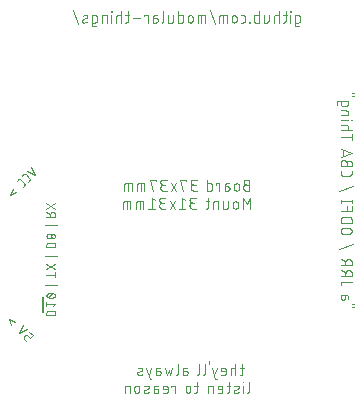
<source format=gbr>
G04 EAGLE Gerber RS-274X export*
G75*
%MOMM*%
%FSLAX34Y34*%
%LPD*%
%INSilkscreen Bottom*%
%IPPOS*%
%AMOC8*
5,1,8,0,0,1.08239X$1,22.5*%
G01*
G04 Define Apertures*
%ADD10C,0.076200*%
%ADD11C,0.203200*%
D10*
X334699Y99694D02*
X336787Y99694D01*
X336787Y102304D02*
X334699Y102304D01*
X328956Y107398D02*
X328956Y109747D01*
X328955Y107398D02*
X328953Y107314D01*
X328947Y107229D01*
X328937Y107146D01*
X328924Y107062D01*
X328906Y106980D01*
X328885Y106898D01*
X328860Y106817D01*
X328832Y106738D01*
X328799Y106660D01*
X328763Y106584D01*
X328724Y106509D01*
X328681Y106436D01*
X328635Y106365D01*
X328586Y106297D01*
X328534Y106231D01*
X328478Y106167D01*
X328420Y106106D01*
X328359Y106048D01*
X328295Y105992D01*
X328229Y105940D01*
X328161Y105891D01*
X328090Y105845D01*
X328017Y105802D01*
X327942Y105763D01*
X327866Y105727D01*
X327788Y105694D01*
X327709Y105666D01*
X327628Y105641D01*
X327546Y105620D01*
X327464Y105602D01*
X327380Y105589D01*
X327297Y105579D01*
X327212Y105573D01*
X327128Y105571D01*
X327044Y105573D01*
X326959Y105579D01*
X326876Y105589D01*
X326792Y105602D01*
X326710Y105620D01*
X326628Y105641D01*
X326547Y105666D01*
X326468Y105694D01*
X326390Y105727D01*
X326314Y105763D01*
X326239Y105802D01*
X326166Y105845D01*
X326095Y105891D01*
X326027Y105940D01*
X325961Y105992D01*
X325897Y106048D01*
X325836Y106106D01*
X325778Y106167D01*
X325722Y106231D01*
X325670Y106297D01*
X325621Y106365D01*
X325575Y106436D01*
X325532Y106509D01*
X325493Y106584D01*
X325457Y106660D01*
X325424Y106738D01*
X325396Y106817D01*
X325371Y106898D01*
X325350Y106980D01*
X325332Y107062D01*
X325319Y107146D01*
X325309Y107229D01*
X325303Y107314D01*
X325301Y107398D01*
X325301Y109747D01*
X330000Y109747D01*
X330077Y109745D01*
X330153Y109739D01*
X330230Y109730D01*
X330306Y109717D01*
X330381Y109700D01*
X330455Y109680D01*
X330528Y109655D01*
X330599Y109628D01*
X330670Y109597D01*
X330738Y109562D01*
X330805Y109524D01*
X330870Y109483D01*
X330933Y109439D01*
X330993Y109392D01*
X331052Y109341D01*
X331107Y109288D01*
X331160Y109233D01*
X331211Y109174D01*
X331258Y109114D01*
X331302Y109051D01*
X331343Y108986D01*
X331381Y108919D01*
X331416Y108851D01*
X331447Y108780D01*
X331474Y108709D01*
X331499Y108636D01*
X331519Y108562D01*
X331536Y108487D01*
X331549Y108411D01*
X331558Y108334D01*
X331564Y108258D01*
X331566Y108181D01*
X331566Y106093D01*
X334699Y121019D02*
X327389Y121019D01*
X327300Y121017D01*
X327212Y121011D01*
X327124Y121002D01*
X327036Y120989D01*
X326949Y120972D01*
X326863Y120952D01*
X326778Y120927D01*
X326693Y120900D01*
X326610Y120868D01*
X326529Y120834D01*
X326449Y120795D01*
X326371Y120754D01*
X326294Y120709D01*
X326220Y120661D01*
X326147Y120610D01*
X326077Y120556D01*
X326010Y120498D01*
X325944Y120438D01*
X325882Y120376D01*
X325822Y120310D01*
X325764Y120243D01*
X325710Y120173D01*
X325659Y120100D01*
X325611Y120026D01*
X325566Y119949D01*
X325525Y119871D01*
X325486Y119791D01*
X325452Y119710D01*
X325420Y119627D01*
X325393Y119542D01*
X325368Y119457D01*
X325348Y119371D01*
X325331Y119284D01*
X325318Y119196D01*
X325309Y119108D01*
X325303Y119020D01*
X325301Y118931D01*
X325301Y117886D01*
X325301Y125572D02*
X334699Y125572D01*
X334699Y128183D01*
X334697Y128284D01*
X334691Y128385D01*
X334681Y128486D01*
X334668Y128586D01*
X334650Y128686D01*
X334629Y128785D01*
X334603Y128883D01*
X334574Y128980D01*
X334542Y129076D01*
X334505Y129170D01*
X334465Y129263D01*
X334421Y129355D01*
X334374Y129444D01*
X334323Y129532D01*
X334269Y129618D01*
X334212Y129701D01*
X334152Y129783D01*
X334088Y129861D01*
X334022Y129938D01*
X333952Y130011D01*
X333880Y130082D01*
X333805Y130150D01*
X333727Y130215D01*
X333647Y130277D01*
X333565Y130336D01*
X333480Y130392D01*
X333394Y130444D01*
X333305Y130493D01*
X333214Y130539D01*
X333122Y130580D01*
X333028Y130619D01*
X332933Y130653D01*
X332837Y130684D01*
X332739Y130711D01*
X332641Y130735D01*
X332541Y130754D01*
X332441Y130770D01*
X332341Y130782D01*
X332240Y130790D01*
X332139Y130794D01*
X332037Y130794D01*
X331936Y130790D01*
X331835Y130782D01*
X331735Y130770D01*
X331635Y130754D01*
X331535Y130735D01*
X331437Y130711D01*
X331339Y130684D01*
X331243Y130653D01*
X331148Y130619D01*
X331054Y130580D01*
X330962Y130539D01*
X330871Y130493D01*
X330783Y130444D01*
X330696Y130392D01*
X330611Y130336D01*
X330529Y130277D01*
X330449Y130215D01*
X330371Y130150D01*
X330296Y130082D01*
X330224Y130011D01*
X330154Y129938D01*
X330088Y129861D01*
X330024Y129783D01*
X329964Y129701D01*
X329907Y129618D01*
X329853Y129532D01*
X329802Y129444D01*
X329755Y129355D01*
X329711Y129263D01*
X329671Y129170D01*
X329634Y129076D01*
X329602Y128980D01*
X329573Y128883D01*
X329547Y128785D01*
X329526Y128686D01*
X329508Y128586D01*
X329495Y128486D01*
X329485Y128385D01*
X329479Y128284D01*
X329477Y128183D01*
X329478Y128183D02*
X329478Y125572D01*
X329478Y128705D02*
X325301Y130794D01*
X325301Y135021D02*
X334699Y135021D01*
X334699Y137632D01*
X334697Y137733D01*
X334691Y137834D01*
X334681Y137935D01*
X334668Y138035D01*
X334650Y138135D01*
X334629Y138234D01*
X334603Y138332D01*
X334574Y138429D01*
X334542Y138525D01*
X334505Y138619D01*
X334465Y138712D01*
X334421Y138804D01*
X334374Y138893D01*
X334323Y138981D01*
X334269Y139067D01*
X334212Y139150D01*
X334152Y139232D01*
X334088Y139310D01*
X334022Y139387D01*
X333952Y139460D01*
X333880Y139531D01*
X333805Y139599D01*
X333727Y139664D01*
X333647Y139726D01*
X333565Y139785D01*
X333480Y139841D01*
X333394Y139893D01*
X333305Y139942D01*
X333214Y139988D01*
X333122Y140029D01*
X333028Y140068D01*
X332933Y140102D01*
X332837Y140133D01*
X332739Y140160D01*
X332641Y140184D01*
X332541Y140203D01*
X332441Y140219D01*
X332341Y140231D01*
X332240Y140239D01*
X332139Y140243D01*
X332037Y140243D01*
X331936Y140239D01*
X331835Y140231D01*
X331735Y140219D01*
X331635Y140203D01*
X331535Y140184D01*
X331437Y140160D01*
X331339Y140133D01*
X331243Y140102D01*
X331148Y140068D01*
X331054Y140029D01*
X330962Y139988D01*
X330871Y139942D01*
X330783Y139893D01*
X330696Y139841D01*
X330611Y139785D01*
X330529Y139726D01*
X330449Y139664D01*
X330371Y139599D01*
X330296Y139531D01*
X330224Y139460D01*
X330154Y139387D01*
X330088Y139310D01*
X330024Y139232D01*
X329964Y139150D01*
X329907Y139067D01*
X329853Y138981D01*
X329802Y138893D01*
X329755Y138804D01*
X329711Y138712D01*
X329671Y138619D01*
X329634Y138525D01*
X329602Y138429D01*
X329573Y138332D01*
X329547Y138234D01*
X329526Y138135D01*
X329508Y138035D01*
X329495Y137935D01*
X329485Y137834D01*
X329479Y137733D01*
X329477Y137632D01*
X329478Y137632D02*
X329478Y135021D01*
X329478Y138154D02*
X325301Y140242D01*
X324257Y148593D02*
X335743Y152769D01*
X332088Y161177D02*
X327912Y161177D01*
X332088Y161176D02*
X332189Y161178D01*
X332290Y161184D01*
X332391Y161194D01*
X332491Y161207D01*
X332591Y161225D01*
X332690Y161246D01*
X332788Y161272D01*
X332885Y161301D01*
X332981Y161333D01*
X333075Y161370D01*
X333168Y161410D01*
X333260Y161454D01*
X333349Y161501D01*
X333437Y161552D01*
X333523Y161606D01*
X333606Y161663D01*
X333688Y161723D01*
X333766Y161787D01*
X333843Y161853D01*
X333916Y161923D01*
X333987Y161995D01*
X334055Y162070D01*
X334120Y162148D01*
X334182Y162228D01*
X334241Y162310D01*
X334297Y162395D01*
X334349Y162481D01*
X334398Y162570D01*
X334444Y162661D01*
X334485Y162753D01*
X334524Y162847D01*
X334558Y162942D01*
X334589Y163038D01*
X334616Y163136D01*
X334640Y163234D01*
X334659Y163334D01*
X334675Y163434D01*
X334687Y163534D01*
X334695Y163635D01*
X334699Y163736D01*
X334699Y163838D01*
X334695Y163939D01*
X334687Y164040D01*
X334675Y164140D01*
X334659Y164240D01*
X334640Y164340D01*
X334616Y164438D01*
X334589Y164536D01*
X334558Y164632D01*
X334524Y164727D01*
X334485Y164821D01*
X334444Y164913D01*
X334398Y165004D01*
X334349Y165092D01*
X334297Y165179D01*
X334241Y165264D01*
X334182Y165346D01*
X334120Y165426D01*
X334055Y165504D01*
X333987Y165579D01*
X333916Y165651D01*
X333843Y165721D01*
X333766Y165787D01*
X333688Y165851D01*
X333606Y165911D01*
X333523Y165968D01*
X333437Y166022D01*
X333349Y166073D01*
X333260Y166120D01*
X333168Y166164D01*
X333075Y166204D01*
X332981Y166241D01*
X332885Y166273D01*
X332788Y166302D01*
X332690Y166328D01*
X332591Y166349D01*
X332491Y166367D01*
X332391Y166380D01*
X332290Y166390D01*
X332189Y166396D01*
X332088Y166398D01*
X327912Y166398D01*
X327811Y166396D01*
X327710Y166390D01*
X327609Y166380D01*
X327509Y166367D01*
X327409Y166349D01*
X327310Y166328D01*
X327212Y166302D01*
X327115Y166273D01*
X327019Y166241D01*
X326925Y166204D01*
X326832Y166164D01*
X326740Y166120D01*
X326651Y166073D01*
X326563Y166022D01*
X326477Y165968D01*
X326394Y165911D01*
X326312Y165851D01*
X326234Y165787D01*
X326157Y165721D01*
X326084Y165651D01*
X326013Y165579D01*
X325945Y165504D01*
X325880Y165426D01*
X325818Y165346D01*
X325759Y165264D01*
X325703Y165179D01*
X325651Y165093D01*
X325602Y165004D01*
X325556Y164913D01*
X325515Y164821D01*
X325476Y164727D01*
X325442Y164632D01*
X325411Y164536D01*
X325384Y164438D01*
X325360Y164340D01*
X325341Y164240D01*
X325325Y164140D01*
X325313Y164040D01*
X325305Y163939D01*
X325301Y163838D01*
X325301Y163736D01*
X325305Y163635D01*
X325313Y163534D01*
X325325Y163434D01*
X325341Y163334D01*
X325360Y163234D01*
X325384Y163136D01*
X325411Y163038D01*
X325442Y162942D01*
X325476Y162847D01*
X325515Y162753D01*
X325556Y162661D01*
X325602Y162570D01*
X325651Y162482D01*
X325703Y162395D01*
X325759Y162310D01*
X325818Y162228D01*
X325880Y162148D01*
X325945Y162070D01*
X326013Y161995D01*
X326084Y161923D01*
X326157Y161853D01*
X326234Y161787D01*
X326312Y161723D01*
X326394Y161663D01*
X326477Y161606D01*
X326563Y161552D01*
X326651Y161501D01*
X326740Y161454D01*
X326832Y161410D01*
X326925Y161370D01*
X327019Y161333D01*
X327115Y161301D01*
X327212Y161272D01*
X327310Y161246D01*
X327409Y161225D01*
X327509Y161207D01*
X327609Y161194D01*
X327710Y161184D01*
X327811Y161178D01*
X327912Y161176D01*
X325301Y170626D02*
X334699Y170626D01*
X334699Y173236D01*
X334697Y173336D01*
X334691Y173436D01*
X334682Y173535D01*
X334668Y173635D01*
X334651Y173733D01*
X334630Y173831D01*
X334606Y173928D01*
X334577Y174024D01*
X334545Y174119D01*
X334510Y174212D01*
X334471Y174304D01*
X334428Y174395D01*
X334382Y174483D01*
X334332Y174570D01*
X334280Y174655D01*
X334224Y174738D01*
X334165Y174819D01*
X334102Y174897D01*
X334037Y174973D01*
X333969Y175047D01*
X333899Y175117D01*
X333825Y175185D01*
X333749Y175250D01*
X333671Y175313D01*
X333590Y175372D01*
X333507Y175428D01*
X333422Y175480D01*
X333335Y175530D01*
X333247Y175576D01*
X333156Y175619D01*
X333064Y175658D01*
X332971Y175693D01*
X332876Y175725D01*
X332780Y175754D01*
X332683Y175778D01*
X332585Y175799D01*
X332487Y175816D01*
X332387Y175830D01*
X332288Y175839D01*
X332188Y175845D01*
X332088Y175847D01*
X327912Y175847D01*
X327812Y175845D01*
X327712Y175839D01*
X327613Y175830D01*
X327513Y175816D01*
X327415Y175799D01*
X327317Y175778D01*
X327220Y175754D01*
X327124Y175725D01*
X327029Y175693D01*
X326936Y175658D01*
X326844Y175619D01*
X326753Y175576D01*
X326665Y175530D01*
X326578Y175480D01*
X326493Y175428D01*
X326410Y175372D01*
X326329Y175313D01*
X326251Y175250D01*
X326175Y175185D01*
X326101Y175117D01*
X326031Y175047D01*
X325963Y174973D01*
X325898Y174897D01*
X325835Y174819D01*
X325776Y174738D01*
X325720Y174655D01*
X325668Y174570D01*
X325618Y174483D01*
X325572Y174395D01*
X325529Y174304D01*
X325490Y174212D01*
X325455Y174119D01*
X325423Y174024D01*
X325394Y173928D01*
X325370Y173831D01*
X325349Y173733D01*
X325332Y173635D01*
X325318Y173535D01*
X325309Y173436D01*
X325303Y173336D01*
X325301Y173236D01*
X325301Y170626D01*
X325301Y180397D02*
X334699Y180397D01*
X334699Y184573D01*
X330522Y184573D02*
X330522Y180397D01*
X334699Y188781D02*
X325301Y188781D01*
X325301Y187737D02*
X325301Y189825D01*
X334699Y189825D02*
X334699Y187737D01*
X335743Y202147D02*
X324257Y197970D01*
X325301Y212617D02*
X325301Y214705D01*
X325301Y212617D02*
X325303Y212528D01*
X325309Y212440D01*
X325318Y212352D01*
X325331Y212264D01*
X325348Y212177D01*
X325368Y212091D01*
X325393Y212006D01*
X325420Y211921D01*
X325452Y211838D01*
X325486Y211757D01*
X325525Y211677D01*
X325566Y211599D01*
X325611Y211522D01*
X325659Y211448D01*
X325710Y211375D01*
X325764Y211305D01*
X325822Y211238D01*
X325882Y211172D01*
X325944Y211110D01*
X326010Y211050D01*
X326077Y210992D01*
X326147Y210938D01*
X326220Y210887D01*
X326294Y210839D01*
X326371Y210794D01*
X326449Y210753D01*
X326529Y210714D01*
X326610Y210680D01*
X326693Y210648D01*
X326778Y210621D01*
X326863Y210596D01*
X326949Y210576D01*
X327036Y210559D01*
X327124Y210546D01*
X327212Y210537D01*
X327300Y210531D01*
X327389Y210529D01*
X327389Y210528D02*
X332611Y210528D01*
X332611Y210529D02*
X332702Y210531D01*
X332793Y210537D01*
X332884Y210547D01*
X332974Y210561D01*
X333063Y210578D01*
X333151Y210600D01*
X333239Y210626D01*
X333325Y210655D01*
X333410Y210688D01*
X333493Y210725D01*
X333575Y210765D01*
X333655Y210809D01*
X333733Y210856D01*
X333809Y210907D01*
X333882Y210960D01*
X333953Y211017D01*
X334022Y211078D01*
X334087Y211141D01*
X334150Y211206D01*
X334210Y211275D01*
X334268Y211346D01*
X334321Y211419D01*
X334372Y211495D01*
X334419Y211573D01*
X334463Y211653D01*
X334503Y211735D01*
X334540Y211818D01*
X334573Y211903D01*
X334602Y211989D01*
X334628Y212077D01*
X334650Y212165D01*
X334667Y212254D01*
X334681Y212344D01*
X334691Y212435D01*
X334697Y212526D01*
X334699Y212617D01*
X334699Y214705D01*
X330522Y218610D02*
X330522Y221221D01*
X330523Y221221D02*
X330521Y221322D01*
X330515Y221423D01*
X330505Y221524D01*
X330492Y221624D01*
X330474Y221724D01*
X330453Y221823D01*
X330427Y221921D01*
X330398Y222018D01*
X330366Y222114D01*
X330329Y222208D01*
X330289Y222301D01*
X330245Y222393D01*
X330198Y222482D01*
X330147Y222570D01*
X330093Y222656D01*
X330036Y222739D01*
X329976Y222821D01*
X329912Y222899D01*
X329846Y222976D01*
X329776Y223049D01*
X329704Y223120D01*
X329629Y223188D01*
X329551Y223253D01*
X329471Y223315D01*
X329389Y223374D01*
X329304Y223430D01*
X329218Y223482D01*
X329129Y223531D01*
X329038Y223577D01*
X328946Y223618D01*
X328852Y223657D01*
X328757Y223691D01*
X328661Y223722D01*
X328563Y223749D01*
X328465Y223773D01*
X328365Y223792D01*
X328265Y223808D01*
X328165Y223820D01*
X328064Y223828D01*
X327963Y223832D01*
X327861Y223832D01*
X327760Y223828D01*
X327659Y223820D01*
X327559Y223808D01*
X327459Y223792D01*
X327359Y223773D01*
X327261Y223749D01*
X327163Y223722D01*
X327067Y223691D01*
X326972Y223657D01*
X326878Y223618D01*
X326786Y223577D01*
X326695Y223531D01*
X326607Y223482D01*
X326520Y223430D01*
X326435Y223374D01*
X326353Y223315D01*
X326273Y223253D01*
X326195Y223188D01*
X326120Y223120D01*
X326048Y223049D01*
X325978Y222976D01*
X325912Y222899D01*
X325848Y222821D01*
X325788Y222739D01*
X325731Y222656D01*
X325677Y222570D01*
X325626Y222482D01*
X325579Y222393D01*
X325535Y222301D01*
X325495Y222208D01*
X325458Y222114D01*
X325426Y222018D01*
X325397Y221921D01*
X325371Y221823D01*
X325350Y221724D01*
X325332Y221624D01*
X325319Y221524D01*
X325309Y221423D01*
X325303Y221322D01*
X325301Y221221D01*
X325301Y218610D01*
X334699Y218610D01*
X334699Y221221D01*
X334697Y221311D01*
X334691Y221400D01*
X334682Y221490D01*
X334668Y221579D01*
X334651Y221667D01*
X334630Y221754D01*
X334605Y221841D01*
X334576Y221926D01*
X334544Y222010D01*
X334509Y222092D01*
X334469Y222173D01*
X334427Y222252D01*
X334381Y222329D01*
X334331Y222404D01*
X334279Y222477D01*
X334223Y222548D01*
X334165Y222616D01*
X334103Y222681D01*
X334039Y222744D01*
X333972Y222804D01*
X333903Y222861D01*
X333831Y222915D01*
X333757Y222966D01*
X333681Y223014D01*
X333603Y223058D01*
X333523Y223099D01*
X333441Y223137D01*
X333358Y223171D01*
X333273Y223201D01*
X333187Y223228D01*
X333101Y223251D01*
X333013Y223270D01*
X332924Y223285D01*
X332835Y223297D01*
X332746Y223305D01*
X332656Y223309D01*
X332566Y223309D01*
X332476Y223305D01*
X332387Y223297D01*
X332298Y223285D01*
X332209Y223270D01*
X332121Y223251D01*
X332035Y223228D01*
X331949Y223201D01*
X331864Y223171D01*
X331781Y223137D01*
X331699Y223099D01*
X331619Y223058D01*
X331541Y223014D01*
X331465Y222966D01*
X331391Y222915D01*
X331319Y222861D01*
X331250Y222804D01*
X331183Y222744D01*
X331119Y222681D01*
X331057Y222616D01*
X330999Y222548D01*
X330943Y222477D01*
X330891Y222404D01*
X330841Y222329D01*
X330795Y222252D01*
X330753Y222173D01*
X330713Y222092D01*
X330678Y222010D01*
X330646Y221926D01*
X330617Y221841D01*
X330592Y221754D01*
X330571Y221667D01*
X330554Y221579D01*
X330540Y221490D01*
X330531Y221400D01*
X330525Y221311D01*
X330523Y221221D01*
X325301Y226796D02*
X334699Y229929D01*
X325301Y233061D01*
X327651Y232278D02*
X327651Y227579D01*
X325301Y243340D02*
X334699Y243340D01*
X334699Y245950D02*
X334699Y240729D01*
X334699Y249481D02*
X325301Y249481D01*
X331566Y249481D02*
X331566Y252091D01*
X331564Y252168D01*
X331558Y252244D01*
X331549Y252321D01*
X331536Y252397D01*
X331519Y252472D01*
X331499Y252546D01*
X331474Y252619D01*
X331447Y252690D01*
X331416Y252761D01*
X331381Y252829D01*
X331343Y252896D01*
X331302Y252961D01*
X331258Y253024D01*
X331211Y253084D01*
X331160Y253143D01*
X331107Y253198D01*
X331052Y253251D01*
X330993Y253302D01*
X330933Y253349D01*
X330870Y253393D01*
X330805Y253434D01*
X330738Y253472D01*
X330670Y253507D01*
X330599Y253538D01*
X330528Y253565D01*
X330455Y253590D01*
X330381Y253610D01*
X330306Y253627D01*
X330230Y253640D01*
X330153Y253649D01*
X330077Y253655D01*
X330000Y253657D01*
X330000Y253658D02*
X325301Y253658D01*
X325301Y257665D02*
X331566Y257665D01*
X334177Y257404D02*
X334699Y257404D01*
X334699Y257926D01*
X334177Y257926D01*
X334177Y257404D01*
X331566Y261673D02*
X325301Y261673D01*
X331566Y261673D02*
X331566Y264283D01*
X331564Y264360D01*
X331558Y264436D01*
X331549Y264513D01*
X331536Y264589D01*
X331519Y264664D01*
X331499Y264738D01*
X331474Y264811D01*
X331447Y264882D01*
X331416Y264953D01*
X331381Y265021D01*
X331343Y265088D01*
X331302Y265153D01*
X331258Y265216D01*
X331211Y265276D01*
X331160Y265335D01*
X331107Y265390D01*
X331052Y265443D01*
X330993Y265494D01*
X330933Y265541D01*
X330870Y265585D01*
X330805Y265626D01*
X330738Y265664D01*
X330670Y265699D01*
X330599Y265730D01*
X330528Y265757D01*
X330455Y265782D01*
X330381Y265802D01*
X330306Y265819D01*
X330230Y265832D01*
X330153Y265841D01*
X330077Y265847D01*
X330000Y265849D01*
X330000Y265850D02*
X325301Y265850D01*
X325301Y271423D02*
X325301Y274034D01*
X325301Y271423D02*
X325303Y271346D01*
X325309Y271270D01*
X325318Y271193D01*
X325331Y271117D01*
X325348Y271042D01*
X325368Y270968D01*
X325393Y270895D01*
X325420Y270824D01*
X325451Y270753D01*
X325486Y270685D01*
X325524Y270618D01*
X325565Y270553D01*
X325609Y270490D01*
X325656Y270430D01*
X325707Y270371D01*
X325760Y270316D01*
X325815Y270263D01*
X325874Y270212D01*
X325934Y270165D01*
X325997Y270121D01*
X326062Y270080D01*
X326129Y270042D01*
X326197Y270007D01*
X326268Y269976D01*
X326339Y269949D01*
X326412Y269924D01*
X326486Y269904D01*
X326561Y269887D01*
X326637Y269874D01*
X326714Y269865D01*
X326790Y269859D01*
X326867Y269857D01*
X330000Y269857D01*
X330077Y269859D01*
X330153Y269865D01*
X330230Y269874D01*
X330306Y269887D01*
X330381Y269904D01*
X330455Y269924D01*
X330528Y269949D01*
X330599Y269976D01*
X330670Y270007D01*
X330738Y270042D01*
X330805Y270080D01*
X330870Y270121D01*
X330933Y270165D01*
X330993Y270212D01*
X331052Y270263D01*
X331107Y270316D01*
X331160Y270371D01*
X331211Y270430D01*
X331258Y270490D01*
X331302Y270553D01*
X331343Y270618D01*
X331381Y270685D01*
X331416Y270753D01*
X331447Y270824D01*
X331474Y270895D01*
X331499Y270968D01*
X331519Y271042D01*
X331536Y271117D01*
X331549Y271193D01*
X331558Y271270D01*
X331564Y271346D01*
X331566Y271423D01*
X331566Y274034D01*
X323735Y274034D01*
X323735Y274033D02*
X323658Y274031D01*
X323582Y274025D01*
X323505Y274016D01*
X323429Y274003D01*
X323354Y273986D01*
X323280Y273966D01*
X323207Y273941D01*
X323136Y273914D01*
X323065Y273883D01*
X322997Y273848D01*
X322930Y273810D01*
X322865Y273769D01*
X322802Y273725D01*
X322742Y273678D01*
X322683Y273627D01*
X322628Y273574D01*
X322575Y273519D01*
X322524Y273460D01*
X322477Y273400D01*
X322433Y273337D01*
X322392Y273272D01*
X322354Y273205D01*
X322319Y273137D01*
X322288Y273066D01*
X322261Y272995D01*
X322236Y272922D01*
X322216Y272848D01*
X322199Y272773D01*
X322186Y272697D01*
X322177Y272621D01*
X322171Y272544D01*
X322169Y272467D01*
X322168Y272467D02*
X322168Y270379D01*
X334699Y277696D02*
X336787Y277696D01*
X336787Y280306D02*
X334699Y280306D01*
X247945Y203142D02*
X245335Y203142D01*
X245335Y203143D02*
X245234Y203141D01*
X245133Y203135D01*
X245032Y203125D01*
X244932Y203112D01*
X244832Y203094D01*
X244733Y203073D01*
X244635Y203047D01*
X244538Y203018D01*
X244442Y202986D01*
X244348Y202949D01*
X244255Y202909D01*
X244163Y202865D01*
X244074Y202818D01*
X243986Y202767D01*
X243900Y202713D01*
X243817Y202656D01*
X243735Y202596D01*
X243657Y202532D01*
X243580Y202466D01*
X243507Y202396D01*
X243436Y202324D01*
X243368Y202249D01*
X243303Y202171D01*
X243241Y202091D01*
X243182Y202009D01*
X243126Y201924D01*
X243074Y201838D01*
X243025Y201749D01*
X242979Y201658D01*
X242938Y201566D01*
X242899Y201472D01*
X242865Y201377D01*
X242834Y201281D01*
X242807Y201183D01*
X242783Y201085D01*
X242764Y200985D01*
X242748Y200885D01*
X242736Y200785D01*
X242728Y200684D01*
X242724Y200583D01*
X242724Y200481D01*
X242728Y200380D01*
X242736Y200279D01*
X242748Y200179D01*
X242764Y200079D01*
X242783Y199979D01*
X242807Y199881D01*
X242834Y199783D01*
X242865Y199687D01*
X242899Y199592D01*
X242938Y199498D01*
X242979Y199406D01*
X243025Y199315D01*
X243074Y199227D01*
X243126Y199140D01*
X243182Y199055D01*
X243241Y198973D01*
X243303Y198893D01*
X243368Y198815D01*
X243436Y198740D01*
X243507Y198668D01*
X243580Y198598D01*
X243657Y198532D01*
X243735Y198468D01*
X243817Y198408D01*
X243900Y198351D01*
X243986Y198297D01*
X244074Y198246D01*
X244163Y198199D01*
X244255Y198155D01*
X244348Y198115D01*
X244442Y198078D01*
X244538Y198046D01*
X244635Y198017D01*
X244733Y197991D01*
X244832Y197970D01*
X244932Y197952D01*
X245032Y197939D01*
X245133Y197929D01*
X245234Y197923D01*
X245335Y197921D01*
X247945Y197921D01*
X247945Y207319D01*
X245335Y207319D01*
X245245Y207317D01*
X245156Y207311D01*
X245066Y207302D01*
X244977Y207288D01*
X244889Y207271D01*
X244802Y207250D01*
X244715Y207225D01*
X244630Y207196D01*
X244546Y207164D01*
X244464Y207129D01*
X244383Y207089D01*
X244304Y207047D01*
X244227Y207001D01*
X244152Y206951D01*
X244079Y206899D01*
X244008Y206843D01*
X243940Y206785D01*
X243875Y206723D01*
X243812Y206659D01*
X243752Y206592D01*
X243695Y206523D01*
X243641Y206451D01*
X243590Y206377D01*
X243542Y206301D01*
X243498Y206223D01*
X243457Y206143D01*
X243419Y206061D01*
X243385Y205978D01*
X243355Y205893D01*
X243328Y205807D01*
X243305Y205721D01*
X243286Y205633D01*
X243271Y205544D01*
X243259Y205455D01*
X243251Y205366D01*
X243247Y205276D01*
X243247Y205186D01*
X243251Y205096D01*
X243259Y205007D01*
X243271Y204918D01*
X243286Y204829D01*
X243305Y204741D01*
X243328Y204655D01*
X243355Y204569D01*
X243385Y204484D01*
X243419Y204401D01*
X243457Y204319D01*
X243498Y204239D01*
X243542Y204161D01*
X243590Y204085D01*
X243641Y204011D01*
X243695Y203939D01*
X243752Y203870D01*
X243812Y203803D01*
X243875Y203739D01*
X243940Y203677D01*
X244008Y203619D01*
X244079Y203563D01*
X244152Y203511D01*
X244227Y203461D01*
X244304Y203415D01*
X244383Y203373D01*
X244464Y203333D01*
X244546Y203298D01*
X244630Y203266D01*
X244715Y203237D01*
X244802Y203212D01*
X244889Y203191D01*
X244977Y203174D01*
X245066Y203160D01*
X245156Y203151D01*
X245245Y203145D01*
X245335Y203143D01*
X239325Y202098D02*
X239325Y200009D01*
X239324Y202098D02*
X239322Y202188D01*
X239316Y202277D01*
X239307Y202367D01*
X239293Y202456D01*
X239276Y202544D01*
X239255Y202631D01*
X239230Y202718D01*
X239201Y202803D01*
X239169Y202887D01*
X239134Y202969D01*
X239094Y203050D01*
X239052Y203129D01*
X239006Y203206D01*
X238956Y203281D01*
X238904Y203354D01*
X238848Y203425D01*
X238790Y203493D01*
X238728Y203558D01*
X238664Y203621D01*
X238597Y203681D01*
X238528Y203738D01*
X238456Y203792D01*
X238382Y203843D01*
X238306Y203891D01*
X238228Y203935D01*
X238148Y203976D01*
X238066Y204014D01*
X237983Y204048D01*
X237898Y204078D01*
X237812Y204105D01*
X237726Y204128D01*
X237638Y204147D01*
X237549Y204162D01*
X237460Y204174D01*
X237371Y204182D01*
X237281Y204186D01*
X237191Y204186D01*
X237101Y204182D01*
X237012Y204174D01*
X236923Y204162D01*
X236834Y204147D01*
X236746Y204128D01*
X236660Y204105D01*
X236574Y204078D01*
X236489Y204048D01*
X236406Y204014D01*
X236324Y203976D01*
X236244Y203935D01*
X236166Y203891D01*
X236090Y203843D01*
X236016Y203792D01*
X235944Y203738D01*
X235875Y203681D01*
X235808Y203621D01*
X235744Y203558D01*
X235682Y203493D01*
X235624Y203425D01*
X235568Y203354D01*
X235516Y203281D01*
X235466Y203206D01*
X235420Y203129D01*
X235378Y203050D01*
X235338Y202969D01*
X235303Y202887D01*
X235271Y202803D01*
X235242Y202718D01*
X235217Y202631D01*
X235196Y202544D01*
X235179Y202456D01*
X235165Y202367D01*
X235156Y202277D01*
X235150Y202188D01*
X235148Y202098D01*
X235148Y200009D01*
X235150Y199919D01*
X235156Y199830D01*
X235165Y199740D01*
X235179Y199651D01*
X235196Y199563D01*
X235217Y199476D01*
X235242Y199389D01*
X235271Y199304D01*
X235303Y199220D01*
X235338Y199138D01*
X235378Y199057D01*
X235420Y198978D01*
X235466Y198901D01*
X235516Y198826D01*
X235568Y198753D01*
X235624Y198682D01*
X235682Y198614D01*
X235744Y198549D01*
X235808Y198486D01*
X235875Y198426D01*
X235944Y198369D01*
X236016Y198315D01*
X236090Y198264D01*
X236166Y198216D01*
X236244Y198172D01*
X236324Y198131D01*
X236406Y198093D01*
X236489Y198059D01*
X236574Y198029D01*
X236660Y198002D01*
X236746Y197979D01*
X236834Y197960D01*
X236923Y197945D01*
X237012Y197933D01*
X237101Y197925D01*
X237191Y197921D01*
X237281Y197921D01*
X237371Y197925D01*
X237460Y197933D01*
X237549Y197945D01*
X237638Y197960D01*
X237726Y197979D01*
X237812Y198002D01*
X237898Y198029D01*
X237983Y198059D01*
X238066Y198093D01*
X238148Y198131D01*
X238228Y198172D01*
X238306Y198216D01*
X238382Y198264D01*
X238456Y198315D01*
X238528Y198369D01*
X238597Y198426D01*
X238664Y198486D01*
X238728Y198549D01*
X238790Y198614D01*
X238848Y198682D01*
X238904Y198753D01*
X238956Y198826D01*
X239006Y198901D01*
X239052Y198978D01*
X239094Y199057D01*
X239134Y199138D01*
X239169Y199220D01*
X239201Y199304D01*
X239230Y199389D01*
X239255Y199476D01*
X239276Y199563D01*
X239293Y199651D01*
X239307Y199740D01*
X239316Y199830D01*
X239322Y199919D01*
X239324Y200009D01*
X229618Y201576D02*
X227269Y201576D01*
X229618Y201575D02*
X229702Y201573D01*
X229787Y201567D01*
X229870Y201557D01*
X229954Y201544D01*
X230036Y201526D01*
X230118Y201505D01*
X230199Y201480D01*
X230278Y201452D01*
X230356Y201419D01*
X230432Y201383D01*
X230507Y201344D01*
X230580Y201301D01*
X230651Y201255D01*
X230719Y201206D01*
X230785Y201154D01*
X230849Y201098D01*
X230910Y201040D01*
X230968Y200979D01*
X231024Y200915D01*
X231076Y200849D01*
X231125Y200781D01*
X231171Y200710D01*
X231214Y200637D01*
X231253Y200562D01*
X231289Y200486D01*
X231322Y200408D01*
X231350Y200329D01*
X231375Y200248D01*
X231396Y200166D01*
X231414Y200084D01*
X231427Y200000D01*
X231437Y199917D01*
X231443Y199832D01*
X231445Y199748D01*
X231443Y199664D01*
X231437Y199579D01*
X231427Y199496D01*
X231414Y199412D01*
X231396Y199330D01*
X231375Y199248D01*
X231350Y199167D01*
X231322Y199088D01*
X231289Y199010D01*
X231253Y198934D01*
X231214Y198859D01*
X231171Y198786D01*
X231125Y198715D01*
X231076Y198647D01*
X231024Y198581D01*
X230968Y198517D01*
X230910Y198456D01*
X230849Y198398D01*
X230785Y198342D01*
X230719Y198290D01*
X230651Y198241D01*
X230580Y198195D01*
X230507Y198152D01*
X230432Y198113D01*
X230356Y198077D01*
X230278Y198044D01*
X230199Y198016D01*
X230118Y197991D01*
X230036Y197970D01*
X229954Y197952D01*
X229870Y197939D01*
X229787Y197929D01*
X229702Y197923D01*
X229618Y197921D01*
X227269Y197921D01*
X227269Y202620D01*
X227271Y202697D01*
X227277Y202773D01*
X227286Y202850D01*
X227299Y202926D01*
X227316Y203001D01*
X227336Y203075D01*
X227361Y203148D01*
X227388Y203219D01*
X227419Y203290D01*
X227454Y203358D01*
X227492Y203425D01*
X227533Y203490D01*
X227577Y203553D01*
X227624Y203613D01*
X227675Y203672D01*
X227728Y203727D01*
X227783Y203780D01*
X227842Y203831D01*
X227902Y203878D01*
X227965Y203922D01*
X228030Y203963D01*
X228097Y204001D01*
X228165Y204036D01*
X228236Y204067D01*
X228307Y204094D01*
X228380Y204119D01*
X228455Y204139D01*
X228530Y204156D01*
X228605Y204169D01*
X228682Y204178D01*
X228758Y204184D01*
X228835Y204186D01*
X230924Y204186D01*
X222814Y204186D02*
X222814Y197921D01*
X222814Y204186D02*
X219682Y204186D01*
X219682Y203142D01*
X212639Y207319D02*
X212639Y197921D01*
X215249Y197921D01*
X215326Y197923D01*
X215402Y197929D01*
X215479Y197938D01*
X215555Y197951D01*
X215630Y197968D01*
X215704Y197988D01*
X215777Y198013D01*
X215848Y198040D01*
X215919Y198071D01*
X215987Y198106D01*
X216054Y198144D01*
X216119Y198185D01*
X216182Y198229D01*
X216242Y198276D01*
X216301Y198327D01*
X216356Y198380D01*
X216409Y198435D01*
X216460Y198494D01*
X216507Y198554D01*
X216551Y198617D01*
X216592Y198682D01*
X216630Y198749D01*
X216665Y198817D01*
X216696Y198888D01*
X216723Y198959D01*
X216748Y199032D01*
X216768Y199106D01*
X216785Y199181D01*
X216798Y199257D01*
X216807Y199334D01*
X216813Y199410D01*
X216815Y199487D01*
X216815Y202620D01*
X216813Y202697D01*
X216807Y202773D01*
X216798Y202850D01*
X216785Y202926D01*
X216768Y203001D01*
X216748Y203075D01*
X216723Y203148D01*
X216696Y203219D01*
X216665Y203290D01*
X216630Y203358D01*
X216592Y203425D01*
X216551Y203490D01*
X216507Y203553D01*
X216460Y203613D01*
X216409Y203672D01*
X216356Y203727D01*
X216301Y203780D01*
X216242Y203831D01*
X216182Y203878D01*
X216119Y203922D01*
X216054Y203963D01*
X215987Y204001D01*
X215919Y204036D01*
X215848Y204067D01*
X215777Y204094D01*
X215704Y204119D01*
X215630Y204139D01*
X215555Y204156D01*
X215479Y204169D01*
X215402Y204178D01*
X215326Y204184D01*
X215249Y204186D01*
X212639Y204186D01*
X203576Y197921D02*
X200966Y197921D01*
X200865Y197923D01*
X200764Y197929D01*
X200663Y197939D01*
X200563Y197952D01*
X200463Y197970D01*
X200364Y197991D01*
X200266Y198017D01*
X200169Y198046D01*
X200073Y198078D01*
X199979Y198115D01*
X199886Y198155D01*
X199794Y198199D01*
X199705Y198246D01*
X199617Y198297D01*
X199531Y198351D01*
X199448Y198408D01*
X199366Y198468D01*
X199288Y198532D01*
X199211Y198598D01*
X199138Y198668D01*
X199067Y198740D01*
X198999Y198815D01*
X198934Y198893D01*
X198872Y198973D01*
X198813Y199055D01*
X198757Y199140D01*
X198705Y199227D01*
X198656Y199315D01*
X198610Y199406D01*
X198569Y199498D01*
X198530Y199592D01*
X198496Y199687D01*
X198465Y199783D01*
X198438Y199881D01*
X198414Y199979D01*
X198395Y200079D01*
X198379Y200179D01*
X198367Y200279D01*
X198359Y200380D01*
X198355Y200481D01*
X198355Y200583D01*
X198359Y200684D01*
X198367Y200785D01*
X198379Y200885D01*
X198395Y200985D01*
X198414Y201085D01*
X198438Y201183D01*
X198465Y201281D01*
X198496Y201377D01*
X198530Y201472D01*
X198569Y201566D01*
X198610Y201658D01*
X198656Y201749D01*
X198705Y201838D01*
X198757Y201924D01*
X198813Y202009D01*
X198872Y202091D01*
X198934Y202171D01*
X198999Y202249D01*
X199067Y202324D01*
X199138Y202396D01*
X199211Y202466D01*
X199288Y202532D01*
X199366Y202596D01*
X199448Y202656D01*
X199531Y202713D01*
X199617Y202767D01*
X199705Y202818D01*
X199794Y202865D01*
X199886Y202909D01*
X199979Y202949D01*
X200073Y202986D01*
X200169Y203018D01*
X200266Y203047D01*
X200364Y203073D01*
X200463Y203094D01*
X200563Y203112D01*
X200663Y203125D01*
X200764Y203135D01*
X200865Y203141D01*
X200966Y203143D01*
X200443Y207319D02*
X203576Y207319D01*
X200443Y207319D02*
X200353Y207317D01*
X200264Y207311D01*
X200174Y207302D01*
X200085Y207288D01*
X199997Y207271D01*
X199910Y207250D01*
X199823Y207225D01*
X199738Y207196D01*
X199654Y207164D01*
X199572Y207129D01*
X199491Y207089D01*
X199412Y207047D01*
X199335Y207001D01*
X199260Y206951D01*
X199187Y206899D01*
X199116Y206843D01*
X199048Y206785D01*
X198983Y206723D01*
X198920Y206659D01*
X198860Y206592D01*
X198803Y206523D01*
X198749Y206451D01*
X198698Y206377D01*
X198650Y206301D01*
X198606Y206223D01*
X198565Y206143D01*
X198527Y206061D01*
X198493Y205978D01*
X198463Y205893D01*
X198436Y205807D01*
X198413Y205721D01*
X198394Y205633D01*
X198379Y205544D01*
X198367Y205455D01*
X198359Y205366D01*
X198355Y205276D01*
X198355Y205186D01*
X198359Y205096D01*
X198367Y205007D01*
X198379Y204918D01*
X198394Y204829D01*
X198413Y204741D01*
X198436Y204655D01*
X198463Y204569D01*
X198493Y204484D01*
X198527Y204401D01*
X198565Y204319D01*
X198606Y204239D01*
X198650Y204161D01*
X198698Y204085D01*
X198749Y204011D01*
X198803Y203939D01*
X198860Y203870D01*
X198920Y203803D01*
X198983Y203739D01*
X199048Y203677D01*
X199116Y203619D01*
X199187Y203563D01*
X199260Y203511D01*
X199335Y203461D01*
X199412Y203415D01*
X199491Y203373D01*
X199572Y203333D01*
X199654Y203298D01*
X199738Y203266D01*
X199823Y203237D01*
X199910Y203212D01*
X199997Y203191D01*
X200085Y203174D01*
X200174Y203160D01*
X200264Y203151D01*
X200353Y203145D01*
X200443Y203143D01*
X200443Y203142D02*
X202532Y203142D01*
X194432Y206275D02*
X194432Y207319D01*
X189211Y207319D01*
X191822Y197921D01*
X185680Y197921D02*
X181504Y204186D01*
X185680Y204186D02*
X181504Y197921D01*
X177973Y197921D02*
X175362Y197921D01*
X175261Y197923D01*
X175160Y197929D01*
X175059Y197939D01*
X174959Y197952D01*
X174859Y197970D01*
X174760Y197991D01*
X174662Y198017D01*
X174565Y198046D01*
X174469Y198078D01*
X174375Y198115D01*
X174282Y198155D01*
X174190Y198199D01*
X174101Y198246D01*
X174013Y198297D01*
X173927Y198351D01*
X173844Y198408D01*
X173762Y198468D01*
X173684Y198532D01*
X173607Y198598D01*
X173534Y198668D01*
X173463Y198740D01*
X173395Y198815D01*
X173330Y198893D01*
X173268Y198973D01*
X173209Y199055D01*
X173153Y199140D01*
X173101Y199227D01*
X173052Y199315D01*
X173006Y199406D01*
X172965Y199498D01*
X172926Y199592D01*
X172892Y199687D01*
X172861Y199783D01*
X172834Y199881D01*
X172810Y199979D01*
X172791Y200079D01*
X172775Y200179D01*
X172763Y200279D01*
X172755Y200380D01*
X172751Y200481D01*
X172751Y200583D01*
X172755Y200684D01*
X172763Y200785D01*
X172775Y200885D01*
X172791Y200985D01*
X172810Y201085D01*
X172834Y201183D01*
X172861Y201281D01*
X172892Y201377D01*
X172926Y201472D01*
X172965Y201566D01*
X173006Y201658D01*
X173052Y201749D01*
X173101Y201838D01*
X173153Y201924D01*
X173209Y202009D01*
X173268Y202091D01*
X173330Y202171D01*
X173395Y202249D01*
X173463Y202324D01*
X173534Y202396D01*
X173607Y202466D01*
X173684Y202532D01*
X173762Y202596D01*
X173844Y202656D01*
X173927Y202713D01*
X174013Y202767D01*
X174101Y202818D01*
X174190Y202865D01*
X174282Y202909D01*
X174375Y202949D01*
X174469Y202986D01*
X174565Y203018D01*
X174662Y203047D01*
X174760Y203073D01*
X174859Y203094D01*
X174959Y203112D01*
X175059Y203125D01*
X175160Y203135D01*
X175261Y203141D01*
X175362Y203143D01*
X174840Y207319D02*
X177973Y207319D01*
X174840Y207319D02*
X174750Y207317D01*
X174661Y207311D01*
X174571Y207302D01*
X174482Y207288D01*
X174394Y207271D01*
X174307Y207250D01*
X174220Y207225D01*
X174135Y207196D01*
X174051Y207164D01*
X173969Y207129D01*
X173888Y207089D01*
X173809Y207047D01*
X173732Y207001D01*
X173657Y206951D01*
X173584Y206899D01*
X173513Y206843D01*
X173445Y206785D01*
X173380Y206723D01*
X173317Y206659D01*
X173257Y206592D01*
X173200Y206523D01*
X173146Y206451D01*
X173095Y206377D01*
X173047Y206301D01*
X173003Y206223D01*
X172962Y206143D01*
X172924Y206061D01*
X172890Y205978D01*
X172860Y205893D01*
X172833Y205807D01*
X172810Y205721D01*
X172791Y205633D01*
X172776Y205544D01*
X172764Y205455D01*
X172756Y205366D01*
X172752Y205276D01*
X172752Y205186D01*
X172756Y205096D01*
X172764Y205007D01*
X172776Y204918D01*
X172791Y204829D01*
X172810Y204741D01*
X172833Y204655D01*
X172860Y204569D01*
X172890Y204484D01*
X172924Y204401D01*
X172962Y204319D01*
X173003Y204239D01*
X173047Y204161D01*
X173095Y204085D01*
X173146Y204011D01*
X173200Y203939D01*
X173257Y203870D01*
X173317Y203803D01*
X173380Y203739D01*
X173445Y203677D01*
X173513Y203619D01*
X173584Y203563D01*
X173657Y203511D01*
X173732Y203461D01*
X173809Y203415D01*
X173888Y203373D01*
X173969Y203333D01*
X174051Y203298D01*
X174135Y203266D01*
X174220Y203237D01*
X174307Y203212D01*
X174394Y203191D01*
X174482Y203174D01*
X174571Y203160D01*
X174661Y203151D01*
X174750Y203145D01*
X174840Y203143D01*
X174840Y203142D02*
X176929Y203142D01*
X168829Y206275D02*
X168829Y207319D01*
X163608Y207319D01*
X166218Y197921D01*
X159293Y197921D02*
X159293Y204186D01*
X154594Y204186D01*
X154517Y204184D01*
X154441Y204178D01*
X154364Y204169D01*
X154288Y204156D01*
X154213Y204139D01*
X154139Y204119D01*
X154066Y204094D01*
X153995Y204067D01*
X153924Y204036D01*
X153856Y204001D01*
X153789Y203963D01*
X153724Y203922D01*
X153661Y203878D01*
X153601Y203831D01*
X153542Y203780D01*
X153487Y203727D01*
X153434Y203672D01*
X153383Y203613D01*
X153336Y203553D01*
X153292Y203490D01*
X153251Y203425D01*
X153213Y203358D01*
X153178Y203290D01*
X153147Y203219D01*
X153120Y203148D01*
X153095Y203075D01*
X153075Y203001D01*
X153058Y202926D01*
X153045Y202850D01*
X153036Y202773D01*
X153030Y202697D01*
X153028Y202620D01*
X153027Y202620D02*
X153027Y197921D01*
X156160Y197921D02*
X156160Y204186D01*
X148320Y204186D02*
X148320Y197921D01*
X148320Y204186D02*
X143621Y204186D01*
X143544Y204184D01*
X143468Y204178D01*
X143391Y204169D01*
X143315Y204156D01*
X143240Y204139D01*
X143166Y204119D01*
X143093Y204094D01*
X143022Y204067D01*
X142951Y204036D01*
X142883Y204001D01*
X142816Y203963D01*
X142751Y203922D01*
X142688Y203878D01*
X142628Y203831D01*
X142569Y203780D01*
X142514Y203727D01*
X142461Y203672D01*
X142410Y203613D01*
X142363Y203553D01*
X142319Y203490D01*
X142278Y203425D01*
X142240Y203358D01*
X142205Y203290D01*
X142174Y203219D01*
X142147Y203148D01*
X142122Y203075D01*
X142102Y203001D01*
X142085Y202926D01*
X142072Y202850D01*
X142063Y202773D01*
X142057Y202697D01*
X142055Y202620D01*
X142055Y197921D01*
X145187Y197921D02*
X145187Y204186D01*
X248882Y192079D02*
X248882Y182681D01*
X245749Y186858D02*
X248882Y192079D01*
X245749Y186858D02*
X242616Y192079D01*
X242616Y182681D01*
X238389Y184769D02*
X238389Y186858D01*
X238388Y186858D02*
X238386Y186948D01*
X238380Y187037D01*
X238371Y187127D01*
X238357Y187216D01*
X238340Y187304D01*
X238319Y187391D01*
X238294Y187478D01*
X238265Y187563D01*
X238233Y187647D01*
X238198Y187729D01*
X238158Y187810D01*
X238116Y187889D01*
X238070Y187966D01*
X238020Y188041D01*
X237968Y188114D01*
X237912Y188185D01*
X237854Y188253D01*
X237792Y188318D01*
X237728Y188381D01*
X237661Y188441D01*
X237592Y188498D01*
X237520Y188552D01*
X237446Y188603D01*
X237370Y188651D01*
X237292Y188695D01*
X237212Y188736D01*
X237130Y188774D01*
X237047Y188808D01*
X236962Y188838D01*
X236876Y188865D01*
X236790Y188888D01*
X236702Y188907D01*
X236613Y188922D01*
X236524Y188934D01*
X236435Y188942D01*
X236345Y188946D01*
X236255Y188946D01*
X236165Y188942D01*
X236076Y188934D01*
X235987Y188922D01*
X235898Y188907D01*
X235810Y188888D01*
X235724Y188865D01*
X235638Y188838D01*
X235553Y188808D01*
X235470Y188774D01*
X235388Y188736D01*
X235308Y188695D01*
X235230Y188651D01*
X235154Y188603D01*
X235080Y188552D01*
X235008Y188498D01*
X234939Y188441D01*
X234872Y188381D01*
X234808Y188318D01*
X234746Y188253D01*
X234688Y188185D01*
X234632Y188114D01*
X234580Y188041D01*
X234530Y187966D01*
X234484Y187889D01*
X234442Y187810D01*
X234402Y187729D01*
X234367Y187647D01*
X234335Y187563D01*
X234306Y187478D01*
X234281Y187391D01*
X234260Y187304D01*
X234243Y187216D01*
X234229Y187127D01*
X234220Y187037D01*
X234214Y186948D01*
X234212Y186858D01*
X234212Y184769D01*
X234214Y184679D01*
X234220Y184590D01*
X234229Y184500D01*
X234243Y184411D01*
X234260Y184323D01*
X234281Y184236D01*
X234306Y184149D01*
X234335Y184064D01*
X234367Y183980D01*
X234402Y183898D01*
X234442Y183817D01*
X234484Y183738D01*
X234530Y183661D01*
X234580Y183586D01*
X234632Y183513D01*
X234688Y183442D01*
X234746Y183374D01*
X234808Y183309D01*
X234872Y183246D01*
X234939Y183186D01*
X235008Y183129D01*
X235080Y183075D01*
X235154Y183024D01*
X235230Y182976D01*
X235308Y182932D01*
X235388Y182891D01*
X235470Y182853D01*
X235553Y182819D01*
X235638Y182789D01*
X235724Y182762D01*
X235810Y182739D01*
X235898Y182720D01*
X235987Y182705D01*
X236076Y182693D01*
X236165Y182685D01*
X236255Y182681D01*
X236345Y182681D01*
X236435Y182685D01*
X236524Y182693D01*
X236613Y182705D01*
X236702Y182720D01*
X236790Y182739D01*
X236876Y182762D01*
X236962Y182789D01*
X237047Y182819D01*
X237130Y182853D01*
X237212Y182891D01*
X237292Y182932D01*
X237370Y182976D01*
X237446Y183024D01*
X237520Y183075D01*
X237592Y183129D01*
X237661Y183186D01*
X237728Y183246D01*
X237792Y183309D01*
X237854Y183374D01*
X237912Y183442D01*
X237968Y183513D01*
X238020Y183586D01*
X238070Y183661D01*
X238116Y183738D01*
X238158Y183817D01*
X238198Y183898D01*
X238233Y183980D01*
X238265Y184064D01*
X238294Y184149D01*
X238319Y184236D01*
X238340Y184323D01*
X238357Y184411D01*
X238371Y184500D01*
X238380Y184590D01*
X238386Y184679D01*
X238388Y184769D01*
X230159Y184247D02*
X230159Y188946D01*
X230159Y184247D02*
X230157Y184170D01*
X230151Y184094D01*
X230142Y184017D01*
X230129Y183941D01*
X230112Y183866D01*
X230092Y183792D01*
X230067Y183719D01*
X230040Y183648D01*
X230009Y183577D01*
X229974Y183509D01*
X229936Y183442D01*
X229895Y183377D01*
X229851Y183314D01*
X229804Y183254D01*
X229753Y183195D01*
X229700Y183140D01*
X229645Y183087D01*
X229586Y183036D01*
X229526Y182989D01*
X229463Y182945D01*
X229398Y182904D01*
X229331Y182866D01*
X229263Y182831D01*
X229192Y182800D01*
X229121Y182773D01*
X229048Y182748D01*
X228974Y182728D01*
X228899Y182711D01*
X228823Y182698D01*
X228746Y182689D01*
X228670Y182683D01*
X228593Y182681D01*
X225982Y182681D01*
X225982Y188946D01*
X221625Y188946D02*
X221625Y182681D01*
X221625Y188946D02*
X219014Y188946D01*
X218937Y188944D01*
X218861Y188938D01*
X218784Y188929D01*
X218708Y188916D01*
X218634Y188899D01*
X218559Y188879D01*
X218486Y188854D01*
X218415Y188827D01*
X218344Y188796D01*
X218276Y188761D01*
X218209Y188723D01*
X218144Y188682D01*
X218081Y188638D01*
X218021Y188591D01*
X217962Y188540D01*
X217907Y188487D01*
X217854Y188432D01*
X217803Y188373D01*
X217756Y188313D01*
X217712Y188250D01*
X217671Y188185D01*
X217633Y188118D01*
X217598Y188050D01*
X217567Y187979D01*
X217540Y187908D01*
X217515Y187835D01*
X217495Y187761D01*
X217478Y187686D01*
X217465Y187610D01*
X217456Y187534D01*
X217450Y187457D01*
X217448Y187380D01*
X217448Y182681D01*
X214164Y188946D02*
X211031Y188946D01*
X213120Y192079D02*
X213120Y184247D01*
X213119Y184247D02*
X213117Y184170D01*
X213111Y184094D01*
X213102Y184017D01*
X213089Y183941D01*
X213072Y183866D01*
X213052Y183792D01*
X213027Y183719D01*
X213000Y183648D01*
X212969Y183577D01*
X212934Y183509D01*
X212896Y183442D01*
X212855Y183377D01*
X212811Y183314D01*
X212764Y183254D01*
X212713Y183195D01*
X212660Y183140D01*
X212605Y183087D01*
X212546Y183036D01*
X212486Y182989D01*
X212423Y182945D01*
X212358Y182904D01*
X212291Y182866D01*
X212223Y182831D01*
X212152Y182800D01*
X212081Y182773D01*
X212008Y182748D01*
X211934Y182728D01*
X211859Y182711D01*
X211783Y182698D01*
X211706Y182689D01*
X211630Y182683D01*
X211553Y182681D01*
X211031Y182681D01*
X202640Y182681D02*
X200029Y182681D01*
X199928Y182683D01*
X199827Y182689D01*
X199726Y182699D01*
X199626Y182712D01*
X199526Y182730D01*
X199427Y182751D01*
X199329Y182777D01*
X199232Y182806D01*
X199136Y182838D01*
X199042Y182875D01*
X198949Y182915D01*
X198857Y182959D01*
X198768Y183006D01*
X198680Y183057D01*
X198594Y183111D01*
X198511Y183168D01*
X198429Y183228D01*
X198351Y183292D01*
X198274Y183358D01*
X198201Y183428D01*
X198130Y183500D01*
X198062Y183575D01*
X197997Y183653D01*
X197935Y183733D01*
X197876Y183815D01*
X197820Y183900D01*
X197768Y183987D01*
X197719Y184075D01*
X197673Y184166D01*
X197632Y184258D01*
X197593Y184352D01*
X197559Y184447D01*
X197528Y184543D01*
X197501Y184641D01*
X197477Y184739D01*
X197458Y184839D01*
X197442Y184939D01*
X197430Y185039D01*
X197422Y185140D01*
X197418Y185241D01*
X197418Y185343D01*
X197422Y185444D01*
X197430Y185545D01*
X197442Y185645D01*
X197458Y185745D01*
X197477Y185845D01*
X197501Y185943D01*
X197528Y186041D01*
X197559Y186137D01*
X197593Y186232D01*
X197632Y186326D01*
X197673Y186418D01*
X197719Y186509D01*
X197768Y186598D01*
X197820Y186684D01*
X197876Y186769D01*
X197935Y186851D01*
X197997Y186931D01*
X198062Y187009D01*
X198130Y187084D01*
X198201Y187156D01*
X198274Y187226D01*
X198351Y187292D01*
X198429Y187356D01*
X198511Y187416D01*
X198594Y187473D01*
X198680Y187527D01*
X198768Y187578D01*
X198857Y187625D01*
X198949Y187669D01*
X199042Y187709D01*
X199136Y187746D01*
X199232Y187778D01*
X199329Y187807D01*
X199427Y187833D01*
X199526Y187854D01*
X199626Y187872D01*
X199726Y187885D01*
X199827Y187895D01*
X199928Y187901D01*
X200029Y187903D01*
X199507Y192079D02*
X202640Y192079D01*
X199507Y192079D02*
X199417Y192077D01*
X199328Y192071D01*
X199238Y192062D01*
X199149Y192048D01*
X199061Y192031D01*
X198974Y192010D01*
X198887Y191985D01*
X198802Y191956D01*
X198718Y191924D01*
X198636Y191889D01*
X198555Y191849D01*
X198476Y191807D01*
X198399Y191761D01*
X198324Y191711D01*
X198251Y191659D01*
X198180Y191603D01*
X198112Y191545D01*
X198047Y191483D01*
X197984Y191419D01*
X197924Y191352D01*
X197867Y191283D01*
X197813Y191211D01*
X197762Y191137D01*
X197714Y191061D01*
X197670Y190983D01*
X197629Y190903D01*
X197591Y190821D01*
X197557Y190738D01*
X197527Y190653D01*
X197500Y190567D01*
X197477Y190481D01*
X197458Y190393D01*
X197443Y190304D01*
X197431Y190215D01*
X197423Y190126D01*
X197419Y190036D01*
X197419Y189946D01*
X197423Y189856D01*
X197431Y189767D01*
X197443Y189678D01*
X197458Y189589D01*
X197477Y189501D01*
X197500Y189415D01*
X197527Y189329D01*
X197557Y189244D01*
X197591Y189161D01*
X197629Y189079D01*
X197670Y188999D01*
X197714Y188921D01*
X197762Y188845D01*
X197813Y188771D01*
X197867Y188699D01*
X197924Y188630D01*
X197984Y188563D01*
X198047Y188499D01*
X198112Y188437D01*
X198180Y188379D01*
X198251Y188323D01*
X198324Y188271D01*
X198399Y188221D01*
X198476Y188175D01*
X198555Y188133D01*
X198636Y188093D01*
X198718Y188058D01*
X198802Y188026D01*
X198887Y187997D01*
X198974Y187972D01*
X199061Y187951D01*
X199149Y187934D01*
X199238Y187920D01*
X199328Y187911D01*
X199417Y187905D01*
X199507Y187903D01*
X199507Y187902D02*
X201596Y187902D01*
X193496Y189991D02*
X190885Y192079D01*
X190885Y182681D01*
X188275Y182681D02*
X193496Y182681D01*
X184744Y182681D02*
X180567Y188946D01*
X184744Y188946D02*
X180567Y182681D01*
X177037Y182681D02*
X174426Y182681D01*
X174325Y182683D01*
X174224Y182689D01*
X174123Y182699D01*
X174023Y182712D01*
X173923Y182730D01*
X173824Y182751D01*
X173726Y182777D01*
X173629Y182806D01*
X173533Y182838D01*
X173439Y182875D01*
X173346Y182915D01*
X173254Y182959D01*
X173165Y183006D01*
X173077Y183057D01*
X172991Y183111D01*
X172908Y183168D01*
X172826Y183228D01*
X172748Y183292D01*
X172671Y183358D01*
X172598Y183428D01*
X172527Y183500D01*
X172459Y183575D01*
X172394Y183653D01*
X172332Y183733D01*
X172273Y183815D01*
X172217Y183900D01*
X172165Y183987D01*
X172116Y184075D01*
X172070Y184166D01*
X172029Y184258D01*
X171990Y184352D01*
X171956Y184447D01*
X171925Y184543D01*
X171898Y184641D01*
X171874Y184739D01*
X171855Y184839D01*
X171839Y184939D01*
X171827Y185039D01*
X171819Y185140D01*
X171815Y185241D01*
X171815Y185343D01*
X171819Y185444D01*
X171827Y185545D01*
X171839Y185645D01*
X171855Y185745D01*
X171874Y185845D01*
X171898Y185943D01*
X171925Y186041D01*
X171956Y186137D01*
X171990Y186232D01*
X172029Y186326D01*
X172070Y186418D01*
X172116Y186509D01*
X172165Y186598D01*
X172217Y186684D01*
X172273Y186769D01*
X172332Y186851D01*
X172394Y186931D01*
X172459Y187009D01*
X172527Y187084D01*
X172598Y187156D01*
X172671Y187226D01*
X172748Y187292D01*
X172826Y187356D01*
X172908Y187416D01*
X172991Y187473D01*
X173077Y187527D01*
X173165Y187578D01*
X173254Y187625D01*
X173346Y187669D01*
X173439Y187709D01*
X173533Y187746D01*
X173629Y187778D01*
X173726Y187807D01*
X173824Y187833D01*
X173923Y187854D01*
X174023Y187872D01*
X174123Y187885D01*
X174224Y187895D01*
X174325Y187901D01*
X174426Y187903D01*
X173904Y192079D02*
X177037Y192079D01*
X173904Y192079D02*
X173814Y192077D01*
X173725Y192071D01*
X173635Y192062D01*
X173546Y192048D01*
X173458Y192031D01*
X173371Y192010D01*
X173284Y191985D01*
X173199Y191956D01*
X173115Y191924D01*
X173033Y191889D01*
X172952Y191849D01*
X172873Y191807D01*
X172796Y191761D01*
X172721Y191711D01*
X172648Y191659D01*
X172577Y191603D01*
X172509Y191545D01*
X172444Y191483D01*
X172381Y191419D01*
X172321Y191352D01*
X172264Y191283D01*
X172210Y191211D01*
X172159Y191137D01*
X172111Y191061D01*
X172067Y190983D01*
X172026Y190903D01*
X171988Y190821D01*
X171954Y190738D01*
X171924Y190653D01*
X171897Y190567D01*
X171874Y190481D01*
X171855Y190393D01*
X171840Y190304D01*
X171828Y190215D01*
X171820Y190126D01*
X171816Y190036D01*
X171816Y189946D01*
X171820Y189856D01*
X171828Y189767D01*
X171840Y189678D01*
X171855Y189589D01*
X171874Y189501D01*
X171897Y189415D01*
X171924Y189329D01*
X171954Y189244D01*
X171988Y189161D01*
X172026Y189079D01*
X172067Y188999D01*
X172111Y188921D01*
X172159Y188845D01*
X172210Y188771D01*
X172264Y188699D01*
X172321Y188630D01*
X172381Y188563D01*
X172444Y188499D01*
X172509Y188437D01*
X172577Y188379D01*
X172648Y188323D01*
X172721Y188271D01*
X172796Y188221D01*
X172873Y188175D01*
X172952Y188133D01*
X173033Y188093D01*
X173115Y188058D01*
X173199Y188026D01*
X173284Y187997D01*
X173371Y187972D01*
X173458Y187951D01*
X173546Y187934D01*
X173635Y187920D01*
X173725Y187911D01*
X173814Y187905D01*
X173904Y187903D01*
X173904Y187902D02*
X175992Y187902D01*
X167893Y189991D02*
X165282Y192079D01*
X165282Y182681D01*
X162672Y182681D02*
X167893Y182681D01*
X158356Y182681D02*
X158356Y188946D01*
X153657Y188946D01*
X153580Y188944D01*
X153504Y188938D01*
X153427Y188929D01*
X153351Y188916D01*
X153276Y188899D01*
X153202Y188879D01*
X153129Y188854D01*
X153058Y188827D01*
X152987Y188796D01*
X152919Y188761D01*
X152852Y188723D01*
X152787Y188682D01*
X152724Y188638D01*
X152664Y188591D01*
X152605Y188540D01*
X152550Y188487D01*
X152497Y188432D01*
X152446Y188373D01*
X152399Y188313D01*
X152355Y188250D01*
X152314Y188185D01*
X152276Y188118D01*
X152241Y188050D01*
X152210Y187979D01*
X152183Y187908D01*
X152158Y187835D01*
X152138Y187761D01*
X152121Y187686D01*
X152108Y187610D01*
X152099Y187533D01*
X152093Y187457D01*
X152091Y187380D01*
X152091Y182681D01*
X155224Y182681D02*
X155224Y188946D01*
X147384Y188946D02*
X147384Y182681D01*
X147384Y188946D02*
X142685Y188946D01*
X142608Y188944D01*
X142532Y188938D01*
X142455Y188929D01*
X142379Y188916D01*
X142304Y188899D01*
X142230Y188879D01*
X142157Y188854D01*
X142086Y188827D01*
X142015Y188796D01*
X141947Y188761D01*
X141880Y188723D01*
X141815Y188682D01*
X141752Y188638D01*
X141692Y188591D01*
X141633Y188540D01*
X141578Y188487D01*
X141525Y188432D01*
X141474Y188373D01*
X141427Y188313D01*
X141383Y188250D01*
X141342Y188185D01*
X141304Y188118D01*
X141269Y188050D01*
X141238Y187979D01*
X141211Y187908D01*
X141186Y187835D01*
X141166Y187761D01*
X141149Y187686D01*
X141136Y187610D01*
X141127Y187533D01*
X141121Y187457D01*
X141119Y187380D01*
X141118Y187380D02*
X141118Y182681D01*
X144251Y182681D02*
X144251Y188946D01*
X286812Y340301D02*
X289423Y340301D01*
X289500Y340303D01*
X289576Y340309D01*
X289653Y340318D01*
X289729Y340331D01*
X289804Y340348D01*
X289878Y340368D01*
X289951Y340393D01*
X290022Y340420D01*
X290093Y340451D01*
X290161Y340486D01*
X290228Y340524D01*
X290293Y340565D01*
X290356Y340609D01*
X290416Y340656D01*
X290475Y340707D01*
X290530Y340760D01*
X290583Y340815D01*
X290634Y340874D01*
X290681Y340934D01*
X290725Y340997D01*
X290766Y341062D01*
X290804Y341129D01*
X290839Y341197D01*
X290870Y341268D01*
X290897Y341339D01*
X290922Y341412D01*
X290942Y341486D01*
X290959Y341561D01*
X290972Y341637D01*
X290981Y341714D01*
X290987Y341790D01*
X290989Y341867D01*
X290989Y345000D01*
X290987Y345077D01*
X290981Y345153D01*
X290972Y345230D01*
X290959Y345306D01*
X290942Y345381D01*
X290922Y345455D01*
X290897Y345528D01*
X290870Y345599D01*
X290839Y345670D01*
X290804Y345738D01*
X290766Y345805D01*
X290725Y345870D01*
X290681Y345933D01*
X290634Y345993D01*
X290583Y346052D01*
X290530Y346107D01*
X290475Y346160D01*
X290416Y346211D01*
X290356Y346258D01*
X290293Y346302D01*
X290228Y346343D01*
X290161Y346381D01*
X290093Y346416D01*
X290022Y346447D01*
X289951Y346474D01*
X289878Y346499D01*
X289804Y346519D01*
X289729Y346536D01*
X289653Y346549D01*
X289576Y346558D01*
X289500Y346564D01*
X289423Y346566D01*
X286812Y346566D01*
X286812Y338735D01*
X286813Y338735D02*
X286815Y338658D01*
X286821Y338582D01*
X286830Y338505D01*
X286843Y338429D01*
X286860Y338354D01*
X286880Y338280D01*
X286905Y338207D01*
X286932Y338136D01*
X286963Y338065D01*
X286998Y337997D01*
X287036Y337930D01*
X287077Y337865D01*
X287121Y337802D01*
X287168Y337742D01*
X287219Y337683D01*
X287272Y337628D01*
X287327Y337575D01*
X287386Y337524D01*
X287446Y337477D01*
X287509Y337433D01*
X287574Y337392D01*
X287641Y337354D01*
X287709Y337319D01*
X287780Y337288D01*
X287851Y337261D01*
X287924Y337236D01*
X287998Y337216D01*
X288073Y337199D01*
X288149Y337186D01*
X288226Y337177D01*
X288302Y337171D01*
X288379Y337169D01*
X288379Y337168D02*
X290467Y337168D01*
X282759Y340301D02*
X282759Y346566D01*
X283020Y349177D02*
X283020Y349699D01*
X282498Y349699D01*
X282498Y349177D01*
X283020Y349177D01*
X279825Y346566D02*
X276692Y346566D01*
X278781Y349699D02*
X278781Y341867D01*
X278779Y341790D01*
X278773Y341714D01*
X278764Y341637D01*
X278751Y341561D01*
X278734Y341486D01*
X278714Y341412D01*
X278689Y341339D01*
X278662Y341268D01*
X278631Y341197D01*
X278596Y341129D01*
X278558Y341062D01*
X278517Y340997D01*
X278473Y340934D01*
X278426Y340874D01*
X278375Y340815D01*
X278322Y340760D01*
X278267Y340707D01*
X278208Y340656D01*
X278148Y340609D01*
X278085Y340565D01*
X278020Y340524D01*
X277953Y340486D01*
X277885Y340451D01*
X277814Y340420D01*
X277743Y340393D01*
X277670Y340368D01*
X277596Y340348D01*
X277521Y340331D01*
X277445Y340318D01*
X277368Y340309D01*
X277292Y340303D01*
X277215Y340301D01*
X276692Y340301D01*
X272960Y340301D02*
X272960Y349699D01*
X272960Y346566D02*
X270350Y346566D01*
X270273Y346564D01*
X270197Y346558D01*
X270120Y346549D01*
X270044Y346536D01*
X269970Y346519D01*
X269895Y346499D01*
X269822Y346474D01*
X269751Y346447D01*
X269680Y346416D01*
X269612Y346381D01*
X269545Y346343D01*
X269480Y346302D01*
X269417Y346258D01*
X269357Y346211D01*
X269298Y346160D01*
X269243Y346107D01*
X269190Y346052D01*
X269139Y345993D01*
X269092Y345933D01*
X269048Y345870D01*
X269007Y345805D01*
X268969Y345738D01*
X268934Y345670D01*
X268903Y345599D01*
X268876Y345528D01*
X268851Y345455D01*
X268831Y345381D01*
X268814Y345306D01*
X268801Y345230D01*
X268792Y345154D01*
X268786Y345077D01*
X268784Y345000D01*
X268784Y340301D01*
X264426Y341867D02*
X264426Y346566D01*
X264426Y341867D02*
X264424Y341790D01*
X264418Y341714D01*
X264409Y341637D01*
X264396Y341561D01*
X264379Y341486D01*
X264359Y341412D01*
X264334Y341339D01*
X264307Y341268D01*
X264276Y341197D01*
X264241Y341129D01*
X264203Y341062D01*
X264162Y340997D01*
X264118Y340934D01*
X264071Y340874D01*
X264020Y340815D01*
X263967Y340760D01*
X263912Y340707D01*
X263853Y340656D01*
X263793Y340609D01*
X263730Y340565D01*
X263665Y340524D01*
X263598Y340486D01*
X263530Y340451D01*
X263459Y340420D01*
X263388Y340393D01*
X263315Y340368D01*
X263241Y340348D01*
X263166Y340331D01*
X263090Y340318D01*
X263013Y340309D01*
X262937Y340303D01*
X262860Y340301D01*
X260249Y340301D01*
X260249Y346566D01*
X255846Y349699D02*
X255846Y340301D01*
X253236Y340301D01*
X253159Y340303D01*
X253083Y340309D01*
X253006Y340318D01*
X252930Y340331D01*
X252856Y340348D01*
X252781Y340368D01*
X252708Y340393D01*
X252637Y340420D01*
X252566Y340451D01*
X252498Y340486D01*
X252431Y340524D01*
X252366Y340565D01*
X252303Y340609D01*
X252243Y340656D01*
X252184Y340707D01*
X252129Y340760D01*
X252076Y340815D01*
X252025Y340874D01*
X251978Y340934D01*
X251934Y340997D01*
X251893Y341062D01*
X251855Y341129D01*
X251820Y341197D01*
X251789Y341268D01*
X251762Y341339D01*
X251737Y341412D01*
X251717Y341486D01*
X251700Y341561D01*
X251687Y341637D01*
X251678Y341713D01*
X251672Y341790D01*
X251670Y341867D01*
X251669Y341867D02*
X251669Y345000D01*
X251671Y345077D01*
X251677Y345153D01*
X251686Y345230D01*
X251699Y345306D01*
X251716Y345381D01*
X251736Y345455D01*
X251761Y345528D01*
X251788Y345599D01*
X251819Y345670D01*
X251854Y345738D01*
X251892Y345805D01*
X251933Y345870D01*
X251977Y345933D01*
X252024Y345993D01*
X252075Y346052D01*
X252128Y346107D01*
X252183Y346160D01*
X252242Y346211D01*
X252302Y346258D01*
X252365Y346302D01*
X252430Y346343D01*
X252497Y346381D01*
X252565Y346416D01*
X252636Y346447D01*
X252707Y346474D01*
X252780Y346499D01*
X252855Y346519D01*
X252930Y346536D01*
X253005Y346549D01*
X253082Y346558D01*
X253158Y346564D01*
X253235Y346566D01*
X253236Y346566D02*
X255846Y346566D01*
X248273Y340823D02*
X248273Y340301D01*
X248273Y340823D02*
X247751Y340823D01*
X247751Y340301D01*
X248273Y340301D01*
X242733Y340301D02*
X240644Y340301D01*
X242733Y340301D02*
X242810Y340303D01*
X242886Y340309D01*
X242963Y340318D01*
X243039Y340331D01*
X243114Y340348D01*
X243188Y340368D01*
X243261Y340393D01*
X243332Y340420D01*
X243403Y340451D01*
X243471Y340486D01*
X243538Y340524D01*
X243603Y340565D01*
X243666Y340609D01*
X243726Y340656D01*
X243785Y340707D01*
X243840Y340760D01*
X243893Y340815D01*
X243944Y340874D01*
X243991Y340934D01*
X244035Y340997D01*
X244076Y341062D01*
X244114Y341129D01*
X244149Y341197D01*
X244180Y341268D01*
X244207Y341339D01*
X244232Y341412D01*
X244252Y341486D01*
X244269Y341561D01*
X244282Y341637D01*
X244291Y341714D01*
X244297Y341790D01*
X244299Y341867D01*
X244299Y345000D01*
X244297Y345077D01*
X244291Y345153D01*
X244282Y345230D01*
X244269Y345306D01*
X244252Y345381D01*
X244232Y345455D01*
X244207Y345528D01*
X244180Y345599D01*
X244149Y345670D01*
X244114Y345738D01*
X244076Y345805D01*
X244035Y345870D01*
X243991Y345933D01*
X243944Y345993D01*
X243893Y346052D01*
X243840Y346107D01*
X243785Y346160D01*
X243726Y346211D01*
X243666Y346258D01*
X243603Y346302D01*
X243538Y346343D01*
X243471Y346381D01*
X243403Y346416D01*
X243332Y346447D01*
X243261Y346474D01*
X243188Y346499D01*
X243114Y346519D01*
X243039Y346536D01*
X242963Y346549D01*
X242886Y346558D01*
X242810Y346564D01*
X242733Y346566D01*
X240644Y346566D01*
X237299Y344478D02*
X237299Y342389D01*
X237299Y344478D02*
X237297Y344568D01*
X237291Y344657D01*
X237282Y344747D01*
X237268Y344836D01*
X237251Y344924D01*
X237230Y345011D01*
X237205Y345098D01*
X237176Y345183D01*
X237144Y345267D01*
X237109Y345349D01*
X237069Y345430D01*
X237027Y345509D01*
X236981Y345586D01*
X236931Y345661D01*
X236879Y345734D01*
X236823Y345805D01*
X236765Y345873D01*
X236703Y345938D01*
X236639Y346001D01*
X236572Y346061D01*
X236503Y346118D01*
X236431Y346172D01*
X236357Y346223D01*
X236281Y346271D01*
X236203Y346315D01*
X236123Y346356D01*
X236041Y346394D01*
X235958Y346428D01*
X235873Y346458D01*
X235787Y346485D01*
X235701Y346508D01*
X235613Y346527D01*
X235524Y346542D01*
X235435Y346554D01*
X235346Y346562D01*
X235256Y346566D01*
X235166Y346566D01*
X235076Y346562D01*
X234987Y346554D01*
X234898Y346542D01*
X234809Y346527D01*
X234721Y346508D01*
X234635Y346485D01*
X234549Y346458D01*
X234464Y346428D01*
X234381Y346394D01*
X234299Y346356D01*
X234219Y346315D01*
X234141Y346271D01*
X234065Y346223D01*
X233991Y346172D01*
X233919Y346118D01*
X233850Y346061D01*
X233783Y346001D01*
X233719Y345938D01*
X233657Y345873D01*
X233599Y345805D01*
X233543Y345734D01*
X233491Y345661D01*
X233441Y345586D01*
X233395Y345509D01*
X233353Y345430D01*
X233313Y345349D01*
X233278Y345267D01*
X233246Y345183D01*
X233217Y345098D01*
X233192Y345011D01*
X233171Y344924D01*
X233154Y344836D01*
X233140Y344747D01*
X233131Y344657D01*
X233125Y344568D01*
X233123Y344478D01*
X233122Y344478D02*
X233122Y342389D01*
X233123Y342389D02*
X233125Y342299D01*
X233131Y342210D01*
X233140Y342120D01*
X233154Y342031D01*
X233171Y341943D01*
X233192Y341856D01*
X233217Y341769D01*
X233246Y341684D01*
X233278Y341600D01*
X233313Y341518D01*
X233353Y341437D01*
X233395Y341358D01*
X233441Y341281D01*
X233491Y341206D01*
X233543Y341133D01*
X233599Y341062D01*
X233657Y340994D01*
X233719Y340929D01*
X233783Y340866D01*
X233850Y340806D01*
X233919Y340749D01*
X233991Y340695D01*
X234065Y340644D01*
X234141Y340596D01*
X234219Y340552D01*
X234299Y340511D01*
X234381Y340473D01*
X234464Y340439D01*
X234549Y340409D01*
X234635Y340382D01*
X234721Y340359D01*
X234809Y340340D01*
X234898Y340325D01*
X234987Y340313D01*
X235076Y340305D01*
X235166Y340301D01*
X235256Y340301D01*
X235346Y340305D01*
X235435Y340313D01*
X235524Y340325D01*
X235613Y340340D01*
X235701Y340359D01*
X235787Y340382D01*
X235873Y340409D01*
X235958Y340439D01*
X236041Y340473D01*
X236123Y340511D01*
X236203Y340552D01*
X236281Y340596D01*
X236357Y340644D01*
X236431Y340695D01*
X236503Y340749D01*
X236572Y340806D01*
X236639Y340866D01*
X236703Y340929D01*
X236765Y340994D01*
X236823Y341062D01*
X236879Y341133D01*
X236931Y341206D01*
X236981Y341281D01*
X237027Y341358D01*
X237069Y341437D01*
X237109Y341518D01*
X237144Y341600D01*
X237176Y341684D01*
X237205Y341769D01*
X237230Y341856D01*
X237251Y341943D01*
X237268Y342031D01*
X237282Y342120D01*
X237291Y342210D01*
X237297Y342299D01*
X237299Y342389D01*
X228894Y340301D02*
X228894Y346566D01*
X224195Y346566D01*
X224118Y346564D01*
X224042Y346558D01*
X223965Y346549D01*
X223889Y346536D01*
X223814Y346519D01*
X223740Y346499D01*
X223667Y346474D01*
X223596Y346447D01*
X223525Y346416D01*
X223457Y346381D01*
X223390Y346343D01*
X223325Y346302D01*
X223262Y346258D01*
X223202Y346211D01*
X223143Y346160D01*
X223088Y346107D01*
X223035Y346052D01*
X222984Y345993D01*
X222937Y345933D01*
X222893Y345870D01*
X222852Y345805D01*
X222814Y345738D01*
X222779Y345670D01*
X222748Y345599D01*
X222721Y345528D01*
X222696Y345455D01*
X222676Y345381D01*
X222659Y345306D01*
X222646Y345230D01*
X222637Y345153D01*
X222631Y345077D01*
X222629Y345000D01*
X222629Y340301D01*
X225762Y340301D02*
X225762Y346566D01*
X218706Y339257D02*
X214529Y350743D01*
X210607Y346566D02*
X210607Y340301D01*
X210607Y346566D02*
X205908Y346566D01*
X205831Y346564D01*
X205755Y346558D01*
X205678Y346549D01*
X205602Y346536D01*
X205527Y346519D01*
X205453Y346499D01*
X205380Y346474D01*
X205309Y346447D01*
X205238Y346416D01*
X205170Y346381D01*
X205103Y346343D01*
X205038Y346302D01*
X204975Y346258D01*
X204915Y346211D01*
X204856Y346160D01*
X204801Y346107D01*
X204748Y346052D01*
X204697Y345993D01*
X204650Y345933D01*
X204606Y345870D01*
X204565Y345805D01*
X204527Y345738D01*
X204492Y345670D01*
X204461Y345599D01*
X204434Y345528D01*
X204409Y345455D01*
X204389Y345381D01*
X204372Y345306D01*
X204359Y345230D01*
X204350Y345153D01*
X204344Y345077D01*
X204342Y345000D01*
X204341Y345000D02*
X204341Y340301D01*
X207474Y340301D02*
X207474Y346566D01*
X200114Y344478D02*
X200114Y342389D01*
X200113Y344478D02*
X200111Y344568D01*
X200105Y344657D01*
X200096Y344747D01*
X200082Y344836D01*
X200065Y344924D01*
X200044Y345011D01*
X200019Y345098D01*
X199990Y345183D01*
X199958Y345267D01*
X199923Y345349D01*
X199883Y345430D01*
X199841Y345509D01*
X199795Y345586D01*
X199745Y345661D01*
X199693Y345734D01*
X199637Y345805D01*
X199579Y345873D01*
X199517Y345938D01*
X199453Y346001D01*
X199386Y346061D01*
X199317Y346118D01*
X199245Y346172D01*
X199171Y346223D01*
X199095Y346271D01*
X199017Y346315D01*
X198937Y346356D01*
X198855Y346394D01*
X198772Y346428D01*
X198687Y346458D01*
X198601Y346485D01*
X198515Y346508D01*
X198427Y346527D01*
X198338Y346542D01*
X198249Y346554D01*
X198160Y346562D01*
X198070Y346566D01*
X197980Y346566D01*
X197890Y346562D01*
X197801Y346554D01*
X197712Y346542D01*
X197623Y346527D01*
X197535Y346508D01*
X197449Y346485D01*
X197363Y346458D01*
X197278Y346428D01*
X197195Y346394D01*
X197113Y346356D01*
X197033Y346315D01*
X196955Y346271D01*
X196879Y346223D01*
X196805Y346172D01*
X196733Y346118D01*
X196664Y346061D01*
X196597Y346001D01*
X196533Y345938D01*
X196471Y345873D01*
X196413Y345805D01*
X196357Y345734D01*
X196305Y345661D01*
X196255Y345586D01*
X196209Y345509D01*
X196167Y345430D01*
X196127Y345349D01*
X196092Y345267D01*
X196060Y345183D01*
X196031Y345098D01*
X196006Y345011D01*
X195985Y344924D01*
X195968Y344836D01*
X195954Y344747D01*
X195945Y344657D01*
X195939Y344568D01*
X195937Y344478D01*
X195937Y342389D01*
X195939Y342299D01*
X195945Y342210D01*
X195954Y342120D01*
X195968Y342031D01*
X195985Y341943D01*
X196006Y341856D01*
X196031Y341769D01*
X196060Y341684D01*
X196092Y341600D01*
X196127Y341518D01*
X196167Y341437D01*
X196209Y341358D01*
X196255Y341281D01*
X196305Y341206D01*
X196357Y341133D01*
X196413Y341062D01*
X196471Y340994D01*
X196533Y340929D01*
X196597Y340866D01*
X196664Y340806D01*
X196733Y340749D01*
X196805Y340695D01*
X196879Y340644D01*
X196955Y340596D01*
X197033Y340552D01*
X197113Y340511D01*
X197195Y340473D01*
X197278Y340439D01*
X197363Y340409D01*
X197449Y340382D01*
X197535Y340359D01*
X197623Y340340D01*
X197712Y340325D01*
X197801Y340313D01*
X197890Y340305D01*
X197980Y340301D01*
X198070Y340301D01*
X198160Y340305D01*
X198249Y340313D01*
X198338Y340325D01*
X198427Y340340D01*
X198515Y340359D01*
X198601Y340382D01*
X198687Y340409D01*
X198772Y340439D01*
X198855Y340473D01*
X198937Y340511D01*
X199017Y340552D01*
X199095Y340596D01*
X199171Y340644D01*
X199245Y340695D01*
X199317Y340749D01*
X199386Y340806D01*
X199453Y340866D01*
X199517Y340929D01*
X199579Y340994D01*
X199637Y341062D01*
X199693Y341133D01*
X199745Y341206D01*
X199795Y341281D01*
X199841Y341358D01*
X199883Y341437D01*
X199923Y341518D01*
X199958Y341600D01*
X199990Y341684D01*
X200019Y341769D01*
X200044Y341856D01*
X200065Y341943D01*
X200082Y342031D01*
X200096Y342120D01*
X200105Y342210D01*
X200111Y342299D01*
X200113Y342389D01*
X188058Y340301D02*
X188058Y349699D01*
X188058Y340301D02*
X190668Y340301D01*
X190745Y340303D01*
X190821Y340309D01*
X190898Y340318D01*
X190974Y340331D01*
X191049Y340348D01*
X191123Y340368D01*
X191196Y340393D01*
X191267Y340420D01*
X191338Y340451D01*
X191406Y340486D01*
X191473Y340524D01*
X191538Y340565D01*
X191601Y340609D01*
X191661Y340656D01*
X191720Y340707D01*
X191775Y340760D01*
X191828Y340815D01*
X191879Y340874D01*
X191926Y340934D01*
X191970Y340997D01*
X192011Y341062D01*
X192049Y341129D01*
X192084Y341197D01*
X192115Y341268D01*
X192142Y341339D01*
X192167Y341412D01*
X192187Y341486D01*
X192204Y341561D01*
X192217Y341637D01*
X192226Y341714D01*
X192232Y341790D01*
X192234Y341867D01*
X192235Y341867D02*
X192235Y345000D01*
X192234Y345000D02*
X192232Y345077D01*
X192226Y345153D01*
X192217Y345230D01*
X192204Y345306D01*
X192187Y345381D01*
X192167Y345455D01*
X192142Y345528D01*
X192115Y345599D01*
X192084Y345670D01*
X192049Y345738D01*
X192011Y345805D01*
X191970Y345870D01*
X191926Y345933D01*
X191879Y345993D01*
X191828Y346052D01*
X191775Y346107D01*
X191720Y346160D01*
X191661Y346211D01*
X191601Y346258D01*
X191538Y346302D01*
X191473Y346343D01*
X191406Y346381D01*
X191338Y346416D01*
X191267Y346447D01*
X191196Y346474D01*
X191123Y346499D01*
X191049Y346519D01*
X190974Y346536D01*
X190898Y346549D01*
X190821Y346558D01*
X190745Y346564D01*
X190668Y346566D01*
X188058Y346566D01*
X183655Y346566D02*
X183655Y341867D01*
X183654Y341867D02*
X183652Y341790D01*
X183646Y341714D01*
X183637Y341637D01*
X183624Y341561D01*
X183607Y341486D01*
X183587Y341412D01*
X183562Y341339D01*
X183535Y341268D01*
X183504Y341197D01*
X183469Y341129D01*
X183431Y341062D01*
X183390Y340997D01*
X183346Y340934D01*
X183299Y340874D01*
X183248Y340815D01*
X183195Y340760D01*
X183140Y340707D01*
X183081Y340656D01*
X183021Y340609D01*
X182958Y340565D01*
X182893Y340524D01*
X182826Y340486D01*
X182758Y340451D01*
X182687Y340420D01*
X182616Y340393D01*
X182543Y340368D01*
X182469Y340348D01*
X182394Y340331D01*
X182318Y340318D01*
X182241Y340309D01*
X182165Y340303D01*
X182088Y340301D01*
X179478Y340301D01*
X179478Y346566D01*
X175300Y349699D02*
X175300Y341867D01*
X175299Y341867D02*
X175297Y341790D01*
X175291Y341714D01*
X175282Y341637D01*
X175269Y341561D01*
X175252Y341486D01*
X175232Y341412D01*
X175207Y341339D01*
X175180Y341268D01*
X175149Y341197D01*
X175114Y341129D01*
X175076Y341062D01*
X175035Y340997D01*
X174991Y340934D01*
X174944Y340874D01*
X174893Y340815D01*
X174840Y340760D01*
X174785Y340707D01*
X174726Y340656D01*
X174666Y340609D01*
X174603Y340565D01*
X174538Y340524D01*
X174471Y340486D01*
X174403Y340451D01*
X174332Y340420D01*
X174261Y340393D01*
X174188Y340368D01*
X174114Y340348D01*
X174039Y340331D01*
X173963Y340318D01*
X173886Y340309D01*
X173810Y340303D01*
X173733Y340301D01*
X168766Y343956D02*
X166417Y343956D01*
X168766Y343955D02*
X168850Y343953D01*
X168935Y343947D01*
X169018Y343937D01*
X169102Y343924D01*
X169184Y343906D01*
X169266Y343885D01*
X169347Y343860D01*
X169426Y343832D01*
X169504Y343799D01*
X169580Y343763D01*
X169655Y343724D01*
X169728Y343681D01*
X169799Y343635D01*
X169867Y343586D01*
X169933Y343534D01*
X169997Y343478D01*
X170058Y343420D01*
X170116Y343359D01*
X170172Y343295D01*
X170224Y343229D01*
X170273Y343161D01*
X170319Y343090D01*
X170362Y343017D01*
X170401Y342942D01*
X170437Y342866D01*
X170470Y342788D01*
X170498Y342709D01*
X170523Y342628D01*
X170544Y342546D01*
X170562Y342464D01*
X170575Y342380D01*
X170585Y342297D01*
X170591Y342212D01*
X170593Y342128D01*
X170591Y342044D01*
X170585Y341959D01*
X170575Y341876D01*
X170562Y341792D01*
X170544Y341710D01*
X170523Y341628D01*
X170498Y341547D01*
X170470Y341468D01*
X170437Y341390D01*
X170401Y341314D01*
X170362Y341239D01*
X170319Y341166D01*
X170273Y341095D01*
X170224Y341027D01*
X170172Y340961D01*
X170116Y340897D01*
X170058Y340836D01*
X169997Y340778D01*
X169933Y340722D01*
X169867Y340670D01*
X169799Y340621D01*
X169728Y340575D01*
X169655Y340532D01*
X169580Y340493D01*
X169504Y340457D01*
X169426Y340424D01*
X169347Y340396D01*
X169266Y340371D01*
X169184Y340350D01*
X169102Y340332D01*
X169018Y340319D01*
X168935Y340309D01*
X168850Y340303D01*
X168766Y340301D01*
X166417Y340301D01*
X166417Y345000D01*
X166419Y345077D01*
X166425Y345153D01*
X166434Y345230D01*
X166447Y345306D01*
X166464Y345381D01*
X166484Y345455D01*
X166509Y345528D01*
X166536Y345599D01*
X166567Y345670D01*
X166602Y345738D01*
X166640Y345805D01*
X166681Y345870D01*
X166725Y345933D01*
X166772Y345993D01*
X166823Y346052D01*
X166876Y346107D01*
X166931Y346160D01*
X166990Y346211D01*
X167050Y346258D01*
X167113Y346302D01*
X167178Y346343D01*
X167245Y346381D01*
X167313Y346416D01*
X167384Y346447D01*
X167455Y346474D01*
X167528Y346499D01*
X167603Y346519D01*
X167678Y346536D01*
X167753Y346549D01*
X167830Y346558D01*
X167906Y346564D01*
X167983Y346566D01*
X170072Y346566D01*
X161962Y346566D02*
X161962Y340301D01*
X161962Y346566D02*
X158830Y346566D01*
X158830Y345522D01*
X155743Y343956D02*
X149478Y343956D01*
X146323Y346566D02*
X143191Y346566D01*
X145279Y349699D02*
X145279Y341867D01*
X145277Y341790D01*
X145271Y341714D01*
X145262Y341637D01*
X145249Y341561D01*
X145232Y341486D01*
X145212Y341412D01*
X145187Y341339D01*
X145160Y341268D01*
X145129Y341197D01*
X145094Y341129D01*
X145056Y341062D01*
X145015Y340997D01*
X144971Y340934D01*
X144924Y340874D01*
X144873Y340815D01*
X144820Y340760D01*
X144765Y340707D01*
X144706Y340656D01*
X144646Y340609D01*
X144583Y340565D01*
X144518Y340524D01*
X144451Y340486D01*
X144383Y340451D01*
X144312Y340420D01*
X144241Y340393D01*
X144168Y340368D01*
X144094Y340348D01*
X144019Y340331D01*
X143943Y340318D01*
X143866Y340309D01*
X143790Y340303D01*
X143713Y340301D01*
X143191Y340301D01*
X139459Y340301D02*
X139459Y349699D01*
X139459Y346566D02*
X136848Y346566D01*
X136771Y346564D01*
X136695Y346558D01*
X136618Y346549D01*
X136542Y346536D01*
X136468Y346519D01*
X136393Y346499D01*
X136320Y346474D01*
X136249Y346447D01*
X136178Y346416D01*
X136110Y346381D01*
X136043Y346343D01*
X135978Y346302D01*
X135915Y346258D01*
X135855Y346211D01*
X135796Y346160D01*
X135741Y346107D01*
X135688Y346052D01*
X135637Y345993D01*
X135590Y345933D01*
X135546Y345870D01*
X135505Y345805D01*
X135467Y345738D01*
X135432Y345670D01*
X135401Y345599D01*
X135374Y345528D01*
X135349Y345455D01*
X135329Y345381D01*
X135312Y345306D01*
X135299Y345230D01*
X135290Y345154D01*
X135284Y345077D01*
X135282Y345000D01*
X135282Y340301D01*
X131274Y340301D02*
X131274Y346566D01*
X131535Y349177D02*
X131535Y349699D01*
X131013Y349699D01*
X131013Y349177D01*
X131535Y349177D01*
X127267Y346566D02*
X127267Y340301D01*
X127267Y346566D02*
X124656Y346566D01*
X124579Y346564D01*
X124503Y346558D01*
X124426Y346549D01*
X124350Y346536D01*
X124276Y346519D01*
X124201Y346499D01*
X124128Y346474D01*
X124057Y346447D01*
X123986Y346416D01*
X123918Y346381D01*
X123851Y346343D01*
X123786Y346302D01*
X123723Y346258D01*
X123663Y346211D01*
X123604Y346160D01*
X123549Y346107D01*
X123496Y346052D01*
X123445Y345993D01*
X123398Y345933D01*
X123354Y345870D01*
X123313Y345805D01*
X123275Y345738D01*
X123240Y345670D01*
X123209Y345599D01*
X123182Y345528D01*
X123157Y345455D01*
X123137Y345381D01*
X123120Y345306D01*
X123107Y345230D01*
X123098Y345154D01*
X123092Y345077D01*
X123090Y345000D01*
X123090Y340301D01*
X117517Y340301D02*
X114906Y340301D01*
X117517Y340301D02*
X117594Y340303D01*
X117670Y340309D01*
X117747Y340318D01*
X117823Y340331D01*
X117898Y340348D01*
X117972Y340368D01*
X118045Y340393D01*
X118116Y340420D01*
X118187Y340451D01*
X118255Y340486D01*
X118322Y340524D01*
X118387Y340565D01*
X118450Y340609D01*
X118510Y340656D01*
X118569Y340707D01*
X118624Y340760D01*
X118677Y340815D01*
X118728Y340874D01*
X118775Y340934D01*
X118819Y340997D01*
X118860Y341062D01*
X118898Y341129D01*
X118933Y341197D01*
X118964Y341268D01*
X118991Y341339D01*
X119016Y341412D01*
X119036Y341486D01*
X119053Y341561D01*
X119066Y341637D01*
X119075Y341714D01*
X119081Y341790D01*
X119083Y341867D01*
X119083Y345000D01*
X119081Y345077D01*
X119075Y345153D01*
X119066Y345230D01*
X119053Y345306D01*
X119036Y345381D01*
X119016Y345455D01*
X118991Y345528D01*
X118964Y345599D01*
X118933Y345670D01*
X118898Y345738D01*
X118860Y345805D01*
X118819Y345870D01*
X118775Y345933D01*
X118728Y345993D01*
X118677Y346052D01*
X118624Y346107D01*
X118569Y346160D01*
X118510Y346211D01*
X118450Y346258D01*
X118387Y346302D01*
X118322Y346343D01*
X118255Y346381D01*
X118187Y346416D01*
X118116Y346447D01*
X118045Y346474D01*
X117972Y346499D01*
X117898Y346519D01*
X117823Y346536D01*
X117747Y346549D01*
X117670Y346558D01*
X117594Y346564D01*
X117517Y346566D01*
X114906Y346566D01*
X114906Y338735D01*
X114908Y338658D01*
X114914Y338582D01*
X114923Y338505D01*
X114936Y338429D01*
X114953Y338354D01*
X114973Y338280D01*
X114998Y338207D01*
X115025Y338136D01*
X115056Y338065D01*
X115091Y337997D01*
X115129Y337930D01*
X115170Y337865D01*
X115214Y337802D01*
X115261Y337742D01*
X115312Y337683D01*
X115365Y337628D01*
X115420Y337575D01*
X115479Y337524D01*
X115539Y337477D01*
X115602Y337433D01*
X115667Y337392D01*
X115734Y337354D01*
X115802Y337319D01*
X115873Y337288D01*
X115944Y337261D01*
X116017Y337236D01*
X116091Y337216D01*
X116166Y337199D01*
X116242Y337186D01*
X116319Y337177D01*
X116395Y337171D01*
X116472Y337169D01*
X116472Y337168D02*
X118561Y337168D01*
X110025Y343956D02*
X107414Y342912D01*
X110025Y343956D02*
X110091Y343984D01*
X110156Y344017D01*
X110219Y344052D01*
X110280Y344091D01*
X110339Y344133D01*
X110395Y344178D01*
X110449Y344226D01*
X110500Y344277D01*
X110549Y344330D01*
X110594Y344387D01*
X110637Y344445D01*
X110676Y344505D01*
X110713Y344568D01*
X110745Y344633D01*
X110774Y344699D01*
X110800Y344766D01*
X110822Y344835D01*
X110840Y344905D01*
X110855Y344976D01*
X110866Y345047D01*
X110873Y345119D01*
X110876Y345191D01*
X110875Y345263D01*
X110870Y345336D01*
X110862Y345407D01*
X110850Y345479D01*
X110834Y345549D01*
X110814Y345618D01*
X110790Y345687D01*
X110763Y345754D01*
X110733Y345819D01*
X110699Y345883D01*
X110661Y345945D01*
X110621Y346005D01*
X110577Y346062D01*
X110530Y346117D01*
X110480Y346170D01*
X110428Y346219D01*
X110373Y346266D01*
X110316Y346310D01*
X110256Y346351D01*
X110194Y346388D01*
X110130Y346423D01*
X110065Y346453D01*
X109998Y346481D01*
X109930Y346504D01*
X109860Y346524D01*
X109790Y346540D01*
X109719Y346553D01*
X109647Y346561D01*
X109575Y346566D01*
X109503Y346567D01*
X109502Y346566D02*
X109351Y346562D01*
X109200Y346554D01*
X109049Y346543D01*
X108898Y346527D01*
X108748Y346507D01*
X108598Y346484D01*
X108449Y346457D01*
X108301Y346426D01*
X108153Y346391D01*
X108007Y346353D01*
X107861Y346310D01*
X107717Y346264D01*
X107574Y346215D01*
X107432Y346162D01*
X107292Y346105D01*
X107153Y346044D01*
X107414Y342912D02*
X107348Y342884D01*
X107283Y342851D01*
X107220Y342816D01*
X107159Y342777D01*
X107100Y342735D01*
X107044Y342690D01*
X106990Y342642D01*
X106939Y342591D01*
X106890Y342538D01*
X106845Y342481D01*
X106802Y342423D01*
X106763Y342363D01*
X106726Y342300D01*
X106694Y342235D01*
X106665Y342169D01*
X106639Y342102D01*
X106617Y342033D01*
X106599Y341963D01*
X106584Y341892D01*
X106573Y341821D01*
X106566Y341749D01*
X106563Y341677D01*
X106564Y341605D01*
X106569Y341532D01*
X106577Y341461D01*
X106589Y341389D01*
X106605Y341319D01*
X106625Y341250D01*
X106649Y341181D01*
X106676Y341114D01*
X106706Y341049D01*
X106740Y340985D01*
X106778Y340923D01*
X106818Y340863D01*
X106862Y340806D01*
X106909Y340751D01*
X106959Y340698D01*
X107011Y340649D01*
X107066Y340602D01*
X107123Y340558D01*
X107183Y340517D01*
X107245Y340480D01*
X107309Y340445D01*
X107374Y340415D01*
X107441Y340387D01*
X107509Y340364D01*
X107579Y340344D01*
X107649Y340328D01*
X107720Y340315D01*
X107792Y340307D01*
X107864Y340302D01*
X107936Y340301D01*
X108146Y340306D01*
X108355Y340317D01*
X108564Y340332D01*
X108772Y340352D01*
X108980Y340378D01*
X109187Y340408D01*
X109394Y340443D01*
X109599Y340483D01*
X109804Y340527D01*
X110007Y340577D01*
X110210Y340631D01*
X110411Y340691D01*
X110610Y340754D01*
X110808Y340823D01*
X103188Y339257D02*
X99011Y350743D01*
X83683Y92395D02*
X76317Y92395D01*
X83683Y92395D02*
X83683Y94441D01*
X83681Y94530D01*
X83675Y94619D01*
X83665Y94708D01*
X83652Y94796D01*
X83635Y94884D01*
X83613Y94971D01*
X83588Y95056D01*
X83560Y95141D01*
X83527Y95224D01*
X83491Y95306D01*
X83452Y95386D01*
X83409Y95464D01*
X83363Y95540D01*
X83313Y95615D01*
X83260Y95687D01*
X83204Y95756D01*
X83145Y95823D01*
X83084Y95888D01*
X83019Y95949D01*
X82952Y96008D01*
X82883Y96064D01*
X82811Y96117D01*
X82736Y96167D01*
X82660Y96213D01*
X82582Y96256D01*
X82502Y96295D01*
X82420Y96331D01*
X82337Y96364D01*
X82252Y96392D01*
X82167Y96417D01*
X82080Y96439D01*
X81992Y96456D01*
X81904Y96469D01*
X81815Y96479D01*
X81726Y96485D01*
X81637Y96487D01*
X78363Y96487D01*
X78274Y96485D01*
X78185Y96479D01*
X78096Y96469D01*
X78008Y96456D01*
X77920Y96439D01*
X77833Y96417D01*
X77748Y96392D01*
X77663Y96364D01*
X77580Y96331D01*
X77498Y96295D01*
X77418Y96256D01*
X77340Y96213D01*
X77264Y96167D01*
X77189Y96117D01*
X77117Y96064D01*
X77048Y96008D01*
X76981Y95949D01*
X76916Y95888D01*
X76855Y95823D01*
X76796Y95756D01*
X76740Y95687D01*
X76687Y95615D01*
X76637Y95540D01*
X76591Y95464D01*
X76548Y95386D01*
X76509Y95306D01*
X76473Y95224D01*
X76440Y95141D01*
X76412Y95056D01*
X76387Y94971D01*
X76365Y94884D01*
X76348Y94796D01*
X76335Y94708D01*
X76325Y94619D01*
X76319Y94530D01*
X76317Y94441D01*
X76317Y92395D01*
X82046Y99954D02*
X83683Y102000D01*
X76317Y102000D01*
X76317Y99954D02*
X76317Y104046D01*
X80000Y107270D02*
X80153Y107272D01*
X80306Y107278D01*
X80458Y107287D01*
X80611Y107301D01*
X80763Y107318D01*
X80914Y107339D01*
X81065Y107364D01*
X81215Y107393D01*
X81365Y107425D01*
X81513Y107462D01*
X81661Y107502D01*
X81808Y107545D01*
X81953Y107593D01*
X82097Y107644D01*
X82240Y107698D01*
X82382Y107757D01*
X82521Y107818D01*
X82660Y107884D01*
X82660Y107883D02*
X82730Y107909D01*
X82800Y107939D01*
X82867Y107972D01*
X82933Y108008D01*
X82997Y108047D01*
X83059Y108090D01*
X83118Y108136D01*
X83176Y108184D01*
X83230Y108235D01*
X83283Y108289D01*
X83332Y108346D01*
X83379Y108405D01*
X83422Y108466D01*
X83463Y108529D01*
X83500Y108594D01*
X83535Y108661D01*
X83565Y108730D01*
X83593Y108800D01*
X83616Y108871D01*
X83637Y108943D01*
X83653Y109016D01*
X83666Y109090D01*
X83676Y109165D01*
X83681Y109240D01*
X83683Y109315D01*
X83681Y109390D01*
X83676Y109465D01*
X83666Y109540D01*
X83653Y109614D01*
X83637Y109687D01*
X83616Y109759D01*
X83593Y109830D01*
X83565Y109900D01*
X83535Y109969D01*
X83500Y110036D01*
X83463Y110101D01*
X83422Y110164D01*
X83379Y110225D01*
X83332Y110284D01*
X83283Y110341D01*
X83230Y110395D01*
X83176Y110446D01*
X83118Y110495D01*
X83059Y110540D01*
X82997Y110583D01*
X82933Y110622D01*
X82867Y110659D01*
X82799Y110691D01*
X82730Y110721D01*
X82660Y110747D01*
X82660Y110748D02*
X82522Y110813D01*
X82382Y110875D01*
X82240Y110933D01*
X82097Y110988D01*
X81953Y111039D01*
X81808Y111087D01*
X81661Y111130D01*
X81514Y111170D01*
X81365Y111207D01*
X81215Y111239D01*
X81065Y111268D01*
X80914Y111293D01*
X80763Y111314D01*
X80611Y111331D01*
X80458Y111345D01*
X80306Y111354D01*
X80153Y111360D01*
X80000Y111362D01*
X80000Y107269D02*
X79847Y107271D01*
X79694Y107277D01*
X79541Y107286D01*
X79389Y107300D01*
X79237Y107317D01*
X79086Y107338D01*
X78935Y107363D01*
X78784Y107392D01*
X78635Y107424D01*
X78486Y107461D01*
X78339Y107501D01*
X78192Y107544D01*
X78047Y107592D01*
X77902Y107643D01*
X77760Y107698D01*
X77618Y107756D01*
X77478Y107818D01*
X77340Y107883D01*
X77269Y107909D01*
X77200Y107939D01*
X77133Y107972D01*
X77067Y108008D01*
X77003Y108047D01*
X76941Y108090D01*
X76882Y108136D01*
X76824Y108184D01*
X76770Y108235D01*
X76717Y108289D01*
X76668Y108346D01*
X76621Y108405D01*
X76578Y108466D01*
X76537Y108529D01*
X76500Y108594D01*
X76465Y108661D01*
X76435Y108730D01*
X76407Y108800D01*
X76384Y108871D01*
X76363Y108943D01*
X76347Y109016D01*
X76334Y109090D01*
X76324Y109165D01*
X76319Y109240D01*
X76317Y109315D01*
X77340Y110747D02*
X77478Y110812D01*
X77618Y110874D01*
X77760Y110932D01*
X77903Y110987D01*
X78047Y111038D01*
X78192Y111086D01*
X78339Y111129D01*
X78487Y111169D01*
X78635Y111206D01*
X78785Y111238D01*
X78935Y111267D01*
X79086Y111292D01*
X79237Y111313D01*
X79389Y111330D01*
X79542Y111344D01*
X79694Y111353D01*
X79847Y111359D01*
X80000Y111361D01*
X77340Y110747D02*
X77270Y110721D01*
X77200Y110691D01*
X77133Y110659D01*
X77067Y110622D01*
X77003Y110583D01*
X76941Y110540D01*
X76882Y110494D01*
X76824Y110446D01*
X76770Y110395D01*
X76717Y110341D01*
X76668Y110284D01*
X76621Y110225D01*
X76578Y110164D01*
X76537Y110101D01*
X76500Y110036D01*
X76465Y109969D01*
X76435Y109900D01*
X76407Y109830D01*
X76384Y109759D01*
X76363Y109687D01*
X76347Y109614D01*
X76334Y109540D01*
X76324Y109465D01*
X76319Y109390D01*
X76317Y109315D01*
X77954Y107679D02*
X82046Y110952D01*
X84911Y118338D02*
X75089Y118338D01*
X76317Y126872D02*
X83683Y126872D01*
X83683Y124826D02*
X83683Y128918D01*
X83683Y136155D02*
X76317Y131244D01*
X76317Y136155D02*
X83683Y131244D01*
X84911Y142722D02*
X75089Y142722D01*
X76317Y149941D02*
X83683Y149941D01*
X83683Y151987D01*
X83681Y152076D01*
X83675Y152165D01*
X83665Y152254D01*
X83652Y152342D01*
X83635Y152430D01*
X83613Y152517D01*
X83588Y152602D01*
X83560Y152687D01*
X83527Y152770D01*
X83491Y152852D01*
X83452Y152932D01*
X83409Y153010D01*
X83363Y153086D01*
X83313Y153161D01*
X83260Y153233D01*
X83204Y153302D01*
X83145Y153369D01*
X83084Y153434D01*
X83019Y153495D01*
X82952Y153554D01*
X82883Y153610D01*
X82811Y153663D01*
X82736Y153713D01*
X82660Y153759D01*
X82582Y153802D01*
X82502Y153841D01*
X82420Y153877D01*
X82337Y153910D01*
X82252Y153938D01*
X82167Y153963D01*
X82080Y153985D01*
X81992Y154002D01*
X81904Y154015D01*
X81815Y154025D01*
X81726Y154031D01*
X81637Y154033D01*
X81637Y154034D02*
X78363Y154034D01*
X78363Y154033D02*
X78274Y154031D01*
X78185Y154025D01*
X78096Y154015D01*
X78008Y154002D01*
X77920Y153985D01*
X77833Y153963D01*
X77748Y153938D01*
X77663Y153910D01*
X77580Y153877D01*
X77498Y153841D01*
X77418Y153802D01*
X77340Y153759D01*
X77264Y153713D01*
X77189Y153663D01*
X77117Y153610D01*
X77048Y153554D01*
X76981Y153495D01*
X76916Y153434D01*
X76855Y153369D01*
X76796Y153302D01*
X76740Y153233D01*
X76687Y153161D01*
X76637Y153086D01*
X76591Y153010D01*
X76548Y152932D01*
X76509Y152852D01*
X76473Y152770D01*
X76440Y152687D01*
X76412Y152602D01*
X76387Y152517D01*
X76365Y152430D01*
X76348Y152342D01*
X76335Y152254D01*
X76325Y152165D01*
X76319Y152076D01*
X76317Y151987D01*
X76317Y149941D01*
X78363Y157500D02*
X78452Y157502D01*
X78541Y157508D01*
X78630Y157518D01*
X78718Y157531D01*
X78806Y157548D01*
X78893Y157570D01*
X78978Y157595D01*
X79063Y157623D01*
X79146Y157656D01*
X79228Y157692D01*
X79308Y157731D01*
X79386Y157774D01*
X79462Y157820D01*
X79537Y157870D01*
X79609Y157923D01*
X79678Y157979D01*
X79745Y158038D01*
X79810Y158099D01*
X79871Y158164D01*
X79930Y158231D01*
X79986Y158300D01*
X80039Y158372D01*
X80089Y158447D01*
X80135Y158523D01*
X80178Y158601D01*
X80217Y158681D01*
X80253Y158763D01*
X80286Y158846D01*
X80314Y158931D01*
X80339Y159016D01*
X80361Y159103D01*
X80378Y159191D01*
X80391Y159279D01*
X80401Y159368D01*
X80407Y159457D01*
X80409Y159546D01*
X80407Y159635D01*
X80401Y159724D01*
X80391Y159813D01*
X80378Y159901D01*
X80361Y159989D01*
X80339Y160076D01*
X80314Y160161D01*
X80286Y160246D01*
X80253Y160329D01*
X80217Y160411D01*
X80178Y160491D01*
X80135Y160569D01*
X80089Y160645D01*
X80039Y160720D01*
X79986Y160792D01*
X79930Y160861D01*
X79871Y160928D01*
X79810Y160993D01*
X79745Y161054D01*
X79678Y161113D01*
X79609Y161169D01*
X79537Y161222D01*
X79462Y161272D01*
X79386Y161318D01*
X79308Y161361D01*
X79228Y161400D01*
X79146Y161436D01*
X79063Y161469D01*
X78978Y161497D01*
X78893Y161522D01*
X78806Y161544D01*
X78718Y161561D01*
X78630Y161574D01*
X78541Y161584D01*
X78452Y161590D01*
X78363Y161592D01*
X78274Y161590D01*
X78185Y161584D01*
X78096Y161574D01*
X78008Y161561D01*
X77920Y161544D01*
X77833Y161522D01*
X77748Y161497D01*
X77663Y161469D01*
X77580Y161436D01*
X77498Y161400D01*
X77418Y161361D01*
X77340Y161318D01*
X77264Y161272D01*
X77189Y161222D01*
X77117Y161169D01*
X77048Y161113D01*
X76981Y161054D01*
X76916Y160993D01*
X76855Y160928D01*
X76796Y160861D01*
X76740Y160792D01*
X76687Y160720D01*
X76637Y160645D01*
X76591Y160569D01*
X76548Y160491D01*
X76509Y160411D01*
X76473Y160329D01*
X76440Y160246D01*
X76412Y160161D01*
X76387Y160076D01*
X76365Y159989D01*
X76348Y159901D01*
X76335Y159813D01*
X76325Y159724D01*
X76319Y159635D01*
X76317Y159546D01*
X76319Y159457D01*
X76325Y159368D01*
X76335Y159279D01*
X76348Y159191D01*
X76365Y159103D01*
X76387Y159016D01*
X76412Y158931D01*
X76440Y158846D01*
X76473Y158763D01*
X76509Y158681D01*
X76548Y158601D01*
X76591Y158523D01*
X76637Y158447D01*
X76687Y158372D01*
X76740Y158300D01*
X76796Y158231D01*
X76855Y158164D01*
X76916Y158099D01*
X76981Y158038D01*
X77048Y157979D01*
X77117Y157923D01*
X77189Y157870D01*
X77264Y157820D01*
X77340Y157774D01*
X77418Y157731D01*
X77498Y157692D01*
X77580Y157656D01*
X77663Y157623D01*
X77748Y157595D01*
X77833Y157570D01*
X77920Y157548D01*
X78008Y157531D01*
X78096Y157518D01*
X78185Y157508D01*
X78274Y157502D01*
X78363Y157500D01*
X82046Y157909D02*
X82125Y157911D01*
X82204Y157917D01*
X82283Y157926D01*
X82361Y157939D01*
X82438Y157957D01*
X82514Y157977D01*
X82589Y158002D01*
X82663Y158030D01*
X82736Y158061D01*
X82807Y158097D01*
X82876Y158135D01*
X82943Y158177D01*
X83008Y158222D01*
X83071Y158270D01*
X83132Y158321D01*
X83189Y158375D01*
X83245Y158431D01*
X83297Y158490D01*
X83347Y158552D01*
X83393Y158616D01*
X83437Y158682D01*
X83477Y158750D01*
X83513Y158820D01*
X83547Y158892D01*
X83577Y158966D01*
X83603Y159040D01*
X83626Y159116D01*
X83644Y159193D01*
X83660Y159270D01*
X83671Y159349D01*
X83679Y159427D01*
X83683Y159506D01*
X83683Y159586D01*
X83679Y159665D01*
X83671Y159743D01*
X83660Y159822D01*
X83644Y159899D01*
X83626Y159976D01*
X83603Y160052D01*
X83577Y160126D01*
X83547Y160200D01*
X83513Y160272D01*
X83477Y160342D01*
X83437Y160410D01*
X83393Y160476D01*
X83347Y160540D01*
X83297Y160602D01*
X83245Y160661D01*
X83189Y160717D01*
X83132Y160771D01*
X83071Y160822D01*
X83008Y160870D01*
X82943Y160915D01*
X82876Y160957D01*
X82807Y160995D01*
X82736Y161031D01*
X82663Y161062D01*
X82589Y161090D01*
X82514Y161115D01*
X82438Y161135D01*
X82361Y161153D01*
X82283Y161166D01*
X82204Y161175D01*
X82125Y161181D01*
X82046Y161183D01*
X81967Y161181D01*
X81888Y161175D01*
X81809Y161166D01*
X81731Y161153D01*
X81654Y161135D01*
X81578Y161115D01*
X81503Y161090D01*
X81429Y161062D01*
X81356Y161031D01*
X81285Y160995D01*
X81216Y160957D01*
X81149Y160915D01*
X81084Y160870D01*
X81021Y160822D01*
X80960Y160771D01*
X80903Y160717D01*
X80847Y160661D01*
X80795Y160602D01*
X80745Y160540D01*
X80699Y160476D01*
X80655Y160410D01*
X80615Y160342D01*
X80579Y160272D01*
X80545Y160200D01*
X80515Y160126D01*
X80489Y160052D01*
X80466Y159976D01*
X80448Y159899D01*
X80432Y159822D01*
X80421Y159743D01*
X80413Y159665D01*
X80409Y159586D01*
X80409Y159506D01*
X80413Y159427D01*
X80421Y159349D01*
X80432Y159270D01*
X80448Y159193D01*
X80466Y159116D01*
X80489Y159040D01*
X80515Y158966D01*
X80545Y158892D01*
X80579Y158820D01*
X80615Y158750D01*
X80655Y158682D01*
X80699Y158616D01*
X80745Y158552D01*
X80795Y158490D01*
X80847Y158431D01*
X80903Y158375D01*
X80960Y158321D01*
X81021Y158270D01*
X81084Y158222D01*
X81149Y158177D01*
X81216Y158135D01*
X81285Y158097D01*
X81356Y158061D01*
X81429Y158030D01*
X81503Y158002D01*
X81578Y157977D01*
X81654Y157957D01*
X81731Y157939D01*
X81809Y157926D01*
X81888Y157917D01*
X81967Y157911D01*
X82046Y157909D01*
X84911Y168569D02*
X75089Y168569D01*
X76317Y175839D02*
X83683Y175839D01*
X83683Y177886D01*
X83681Y177975D01*
X83675Y178064D01*
X83665Y178153D01*
X83652Y178241D01*
X83635Y178329D01*
X83613Y178416D01*
X83588Y178501D01*
X83560Y178586D01*
X83527Y178669D01*
X83491Y178751D01*
X83452Y178831D01*
X83409Y178909D01*
X83363Y178985D01*
X83313Y179060D01*
X83260Y179132D01*
X83204Y179201D01*
X83145Y179268D01*
X83084Y179333D01*
X83019Y179394D01*
X82952Y179453D01*
X82883Y179509D01*
X82811Y179562D01*
X82736Y179612D01*
X82660Y179658D01*
X82582Y179701D01*
X82502Y179740D01*
X82420Y179776D01*
X82337Y179809D01*
X82252Y179837D01*
X82167Y179862D01*
X82080Y179884D01*
X81992Y179901D01*
X81904Y179914D01*
X81815Y179924D01*
X81726Y179930D01*
X81637Y179932D01*
X81548Y179930D01*
X81459Y179924D01*
X81370Y179914D01*
X81282Y179901D01*
X81194Y179884D01*
X81107Y179862D01*
X81022Y179837D01*
X80937Y179809D01*
X80854Y179776D01*
X80772Y179740D01*
X80692Y179701D01*
X80614Y179658D01*
X80538Y179612D01*
X80463Y179562D01*
X80391Y179509D01*
X80322Y179453D01*
X80255Y179394D01*
X80190Y179333D01*
X80129Y179268D01*
X80070Y179201D01*
X80014Y179132D01*
X79961Y179060D01*
X79911Y178985D01*
X79865Y178909D01*
X79822Y178831D01*
X79783Y178751D01*
X79747Y178669D01*
X79714Y178586D01*
X79686Y178501D01*
X79661Y178416D01*
X79639Y178329D01*
X79622Y178241D01*
X79609Y178153D01*
X79599Y178064D01*
X79593Y177975D01*
X79591Y177886D01*
X79591Y175839D01*
X79591Y178295D02*
X76317Y179932D01*
X76317Y182694D02*
X83683Y187605D01*
X83683Y182694D02*
X76317Y187605D01*
X66507Y211298D02*
X63035Y218243D01*
X59562Y214771D02*
X66507Y211298D01*
X61640Y206431D02*
X60483Y205274D01*
X61641Y206431D02*
X61694Y206488D01*
X61745Y206547D01*
X61793Y206608D01*
X61839Y206671D01*
X61881Y206737D01*
X61920Y206804D01*
X61955Y206874D01*
X61988Y206945D01*
X62017Y207017D01*
X62042Y207091D01*
X62064Y207165D01*
X62083Y207241D01*
X62097Y207318D01*
X62108Y207395D01*
X62116Y207472D01*
X62120Y207550D01*
X62120Y207628D01*
X62116Y207706D01*
X62108Y207783D01*
X62097Y207860D01*
X62083Y207937D01*
X62064Y208013D01*
X62042Y208087D01*
X62017Y208161D01*
X61988Y208233D01*
X61955Y208304D01*
X61920Y208374D01*
X61881Y208441D01*
X61839Y208507D01*
X61793Y208570D01*
X61745Y208631D01*
X61694Y208690D01*
X61641Y208747D01*
X61640Y208746D02*
X58747Y211640D01*
X58688Y211695D01*
X58628Y211747D01*
X58564Y211797D01*
X58498Y211843D01*
X58431Y211886D01*
X58361Y211926D01*
X58289Y211962D01*
X58215Y211994D01*
X58141Y212023D01*
X58064Y212049D01*
X57987Y212070D01*
X57908Y212088D01*
X57829Y212101D01*
X57749Y212111D01*
X57669Y212117D01*
X57589Y212119D01*
X57509Y212117D01*
X57429Y212111D01*
X57349Y212101D01*
X57270Y212088D01*
X57191Y212070D01*
X57114Y212049D01*
X57038Y212023D01*
X56963Y211994D01*
X56889Y211962D01*
X56817Y211926D01*
X56747Y211886D01*
X56680Y211843D01*
X56614Y211797D01*
X56551Y211747D01*
X56490Y211695D01*
X56432Y211640D01*
X55274Y210483D01*
X57330Y202121D02*
X56172Y200963D01*
X57330Y202120D02*
X57383Y202177D01*
X57434Y202236D01*
X57482Y202297D01*
X57528Y202360D01*
X57570Y202426D01*
X57609Y202493D01*
X57644Y202563D01*
X57677Y202634D01*
X57706Y202706D01*
X57731Y202780D01*
X57753Y202854D01*
X57772Y202930D01*
X57786Y203007D01*
X57797Y203084D01*
X57805Y203161D01*
X57809Y203239D01*
X57809Y203317D01*
X57805Y203395D01*
X57797Y203472D01*
X57786Y203549D01*
X57772Y203626D01*
X57753Y203702D01*
X57731Y203776D01*
X57706Y203850D01*
X57677Y203922D01*
X57644Y203993D01*
X57609Y204063D01*
X57570Y204130D01*
X57528Y204196D01*
X57482Y204259D01*
X57434Y204320D01*
X57383Y204379D01*
X57330Y204436D01*
X54436Y207329D01*
X54437Y207330D02*
X54378Y207385D01*
X54318Y207437D01*
X54254Y207487D01*
X54188Y207533D01*
X54121Y207576D01*
X54051Y207616D01*
X53979Y207652D01*
X53905Y207684D01*
X53831Y207713D01*
X53754Y207739D01*
X53677Y207760D01*
X53598Y207778D01*
X53519Y207791D01*
X53439Y207801D01*
X53359Y207807D01*
X53279Y207809D01*
X53199Y207807D01*
X53119Y207801D01*
X53039Y207791D01*
X52960Y207778D01*
X52881Y207760D01*
X52804Y207739D01*
X52728Y207713D01*
X52653Y207684D01*
X52579Y207652D01*
X52507Y207616D01*
X52437Y207576D01*
X52370Y207533D01*
X52304Y207487D01*
X52241Y207437D01*
X52180Y207385D01*
X52122Y207330D01*
X52121Y207329D02*
X50964Y206172D01*
X47874Y199610D02*
X45848Y194690D01*
X50768Y196716D01*
X57561Y72231D02*
X59297Y70494D01*
X57560Y72230D02*
X57505Y72289D01*
X57453Y72349D01*
X57403Y72413D01*
X57357Y72479D01*
X57314Y72546D01*
X57274Y72616D01*
X57238Y72688D01*
X57206Y72762D01*
X57177Y72836D01*
X57151Y72913D01*
X57130Y72990D01*
X57112Y73069D01*
X57099Y73148D01*
X57089Y73228D01*
X57083Y73308D01*
X57081Y73388D01*
X57083Y73468D01*
X57089Y73548D01*
X57099Y73628D01*
X57112Y73707D01*
X57130Y73786D01*
X57151Y73863D01*
X57177Y73939D01*
X57206Y74014D01*
X57238Y74088D01*
X57274Y74160D01*
X57314Y74230D01*
X57357Y74297D01*
X57403Y74363D01*
X57453Y74426D01*
X57505Y74487D01*
X57560Y74546D01*
X57561Y74546D02*
X58140Y75124D01*
X58139Y75125D02*
X58198Y75180D01*
X58259Y75232D01*
X58322Y75282D01*
X58388Y75328D01*
X58455Y75371D01*
X58525Y75411D01*
X58597Y75447D01*
X58671Y75479D01*
X58746Y75508D01*
X58822Y75534D01*
X58899Y75555D01*
X58978Y75573D01*
X59057Y75586D01*
X59137Y75596D01*
X59217Y75602D01*
X59297Y75604D01*
X59377Y75602D01*
X59457Y75596D01*
X59537Y75586D01*
X59616Y75573D01*
X59695Y75555D01*
X59772Y75534D01*
X59848Y75508D01*
X59923Y75479D01*
X59997Y75447D01*
X60069Y75411D01*
X60139Y75371D01*
X60206Y75328D01*
X60272Y75282D01*
X60335Y75232D01*
X60396Y75180D01*
X60455Y75125D01*
X60454Y75124D02*
X62191Y73388D01*
X64506Y75703D01*
X61612Y78597D01*
X59622Y80586D02*
X52678Y77114D01*
X56150Y84059D01*
X49610Y87126D02*
X44691Y89152D01*
X46716Y84233D01*
X240060Y48186D02*
X243192Y48186D01*
X242148Y51319D02*
X242148Y43487D01*
X242146Y43410D01*
X242140Y43334D01*
X242131Y43257D01*
X242118Y43181D01*
X242101Y43106D01*
X242081Y43032D01*
X242056Y42959D01*
X242029Y42888D01*
X241998Y42817D01*
X241963Y42749D01*
X241925Y42682D01*
X241884Y42617D01*
X241840Y42554D01*
X241793Y42494D01*
X241742Y42435D01*
X241689Y42380D01*
X241634Y42327D01*
X241575Y42276D01*
X241515Y42229D01*
X241452Y42185D01*
X241387Y42144D01*
X241320Y42106D01*
X241252Y42071D01*
X241181Y42040D01*
X241110Y42013D01*
X241037Y41988D01*
X240963Y41968D01*
X240888Y41951D01*
X240812Y41938D01*
X240735Y41929D01*
X240659Y41923D01*
X240582Y41921D01*
X240060Y41921D01*
X236328Y41921D02*
X236328Y51319D01*
X236328Y48186D02*
X233717Y48186D01*
X233640Y48184D01*
X233564Y48178D01*
X233487Y48169D01*
X233411Y48156D01*
X233337Y48139D01*
X233262Y48119D01*
X233189Y48094D01*
X233118Y48067D01*
X233047Y48036D01*
X232979Y48001D01*
X232912Y47963D01*
X232847Y47922D01*
X232784Y47878D01*
X232724Y47831D01*
X232665Y47780D01*
X232610Y47727D01*
X232557Y47672D01*
X232506Y47613D01*
X232459Y47553D01*
X232415Y47490D01*
X232374Y47425D01*
X232336Y47358D01*
X232301Y47290D01*
X232270Y47219D01*
X232243Y47148D01*
X232218Y47075D01*
X232198Y47001D01*
X232181Y46926D01*
X232168Y46850D01*
X232159Y46774D01*
X232153Y46697D01*
X232151Y46620D01*
X232151Y41921D01*
X226532Y41921D02*
X223921Y41921D01*
X226532Y41921D02*
X226609Y41923D01*
X226685Y41929D01*
X226762Y41938D01*
X226838Y41951D01*
X226913Y41968D01*
X226987Y41988D01*
X227060Y42013D01*
X227131Y42040D01*
X227202Y42071D01*
X227270Y42106D01*
X227337Y42144D01*
X227402Y42185D01*
X227465Y42229D01*
X227525Y42276D01*
X227584Y42327D01*
X227639Y42380D01*
X227692Y42435D01*
X227743Y42494D01*
X227790Y42554D01*
X227834Y42617D01*
X227875Y42682D01*
X227913Y42749D01*
X227948Y42817D01*
X227979Y42888D01*
X228006Y42959D01*
X228031Y43032D01*
X228051Y43106D01*
X228068Y43181D01*
X228081Y43257D01*
X228090Y43334D01*
X228096Y43410D01*
X228098Y43487D01*
X228098Y46098D01*
X228096Y46188D01*
X228090Y46277D01*
X228081Y46367D01*
X228067Y46456D01*
X228050Y46544D01*
X228029Y46631D01*
X228004Y46718D01*
X227975Y46803D01*
X227943Y46887D01*
X227908Y46969D01*
X227868Y47050D01*
X227826Y47129D01*
X227780Y47206D01*
X227730Y47281D01*
X227678Y47354D01*
X227622Y47425D01*
X227564Y47493D01*
X227502Y47558D01*
X227438Y47621D01*
X227371Y47681D01*
X227302Y47738D01*
X227230Y47792D01*
X227156Y47843D01*
X227080Y47891D01*
X227002Y47935D01*
X226922Y47976D01*
X226840Y48014D01*
X226757Y48048D01*
X226672Y48078D01*
X226586Y48105D01*
X226500Y48128D01*
X226412Y48147D01*
X226323Y48162D01*
X226234Y48174D01*
X226145Y48182D01*
X226055Y48186D01*
X225965Y48186D01*
X225875Y48182D01*
X225786Y48174D01*
X225697Y48162D01*
X225608Y48147D01*
X225520Y48128D01*
X225434Y48105D01*
X225348Y48078D01*
X225263Y48048D01*
X225180Y48014D01*
X225098Y47976D01*
X225018Y47935D01*
X224940Y47891D01*
X224864Y47843D01*
X224790Y47792D01*
X224718Y47738D01*
X224649Y47681D01*
X224582Y47621D01*
X224518Y47558D01*
X224456Y47493D01*
X224398Y47425D01*
X224342Y47354D01*
X224290Y47281D01*
X224240Y47206D01*
X224194Y47129D01*
X224152Y47050D01*
X224112Y46969D01*
X224077Y46887D01*
X224045Y46803D01*
X224016Y46718D01*
X223991Y46631D01*
X223970Y46544D01*
X223953Y46456D01*
X223939Y46367D01*
X223930Y46277D01*
X223924Y46188D01*
X223922Y46098D01*
X223921Y46098D02*
X223921Y45054D01*
X228098Y45054D01*
X220478Y38788D02*
X219434Y38788D01*
X216301Y48186D01*
X220478Y48186D02*
X218390Y41921D01*
X213513Y51319D02*
X213513Y53407D01*
X210295Y51319D02*
X210295Y43487D01*
X210294Y43487D02*
X210292Y43410D01*
X210286Y43334D01*
X210277Y43257D01*
X210264Y43181D01*
X210247Y43106D01*
X210227Y43032D01*
X210202Y42959D01*
X210175Y42888D01*
X210144Y42817D01*
X210109Y42749D01*
X210071Y42682D01*
X210030Y42617D01*
X209986Y42554D01*
X209939Y42494D01*
X209888Y42435D01*
X209835Y42380D01*
X209780Y42327D01*
X209721Y42276D01*
X209661Y42229D01*
X209598Y42185D01*
X209533Y42144D01*
X209466Y42106D01*
X209398Y42071D01*
X209327Y42040D01*
X209256Y42013D01*
X209183Y41988D01*
X209109Y41968D01*
X209034Y41951D01*
X208958Y41938D01*
X208881Y41929D01*
X208805Y41923D01*
X208728Y41921D01*
X205418Y43487D02*
X205418Y51319D01*
X205417Y43487D02*
X205415Y43410D01*
X205409Y43334D01*
X205400Y43257D01*
X205387Y43181D01*
X205370Y43106D01*
X205350Y43032D01*
X205325Y42959D01*
X205298Y42888D01*
X205267Y42817D01*
X205232Y42749D01*
X205194Y42682D01*
X205153Y42617D01*
X205109Y42554D01*
X205062Y42494D01*
X205011Y42435D01*
X204958Y42380D01*
X204903Y42327D01*
X204844Y42276D01*
X204784Y42229D01*
X204721Y42185D01*
X204656Y42144D01*
X204589Y42106D01*
X204521Y42071D01*
X204450Y42040D01*
X204379Y42013D01*
X204306Y41988D01*
X204232Y41968D01*
X204157Y41951D01*
X204081Y41938D01*
X204004Y41929D01*
X203928Y41923D01*
X203851Y41921D01*
X194008Y45576D02*
X191658Y45576D01*
X194008Y45575D02*
X194092Y45573D01*
X194177Y45567D01*
X194260Y45557D01*
X194344Y45544D01*
X194426Y45526D01*
X194508Y45505D01*
X194589Y45480D01*
X194668Y45452D01*
X194746Y45419D01*
X194822Y45383D01*
X194897Y45344D01*
X194970Y45301D01*
X195041Y45255D01*
X195109Y45206D01*
X195175Y45154D01*
X195239Y45098D01*
X195300Y45040D01*
X195358Y44979D01*
X195414Y44915D01*
X195466Y44849D01*
X195515Y44781D01*
X195561Y44710D01*
X195604Y44637D01*
X195643Y44562D01*
X195679Y44486D01*
X195712Y44408D01*
X195740Y44329D01*
X195765Y44248D01*
X195786Y44166D01*
X195804Y44084D01*
X195817Y44000D01*
X195827Y43917D01*
X195833Y43832D01*
X195835Y43748D01*
X195833Y43664D01*
X195827Y43579D01*
X195817Y43496D01*
X195804Y43412D01*
X195786Y43330D01*
X195765Y43248D01*
X195740Y43167D01*
X195712Y43088D01*
X195679Y43010D01*
X195643Y42934D01*
X195604Y42859D01*
X195561Y42786D01*
X195515Y42715D01*
X195466Y42647D01*
X195414Y42581D01*
X195358Y42517D01*
X195300Y42456D01*
X195239Y42398D01*
X195175Y42342D01*
X195109Y42290D01*
X195041Y42241D01*
X194970Y42195D01*
X194897Y42152D01*
X194822Y42113D01*
X194746Y42077D01*
X194668Y42044D01*
X194589Y42016D01*
X194508Y41991D01*
X194426Y41970D01*
X194344Y41952D01*
X194260Y41939D01*
X194177Y41929D01*
X194092Y41923D01*
X194008Y41921D01*
X191658Y41921D01*
X191658Y46620D01*
X191659Y46620D02*
X191661Y46697D01*
X191667Y46773D01*
X191676Y46850D01*
X191689Y46926D01*
X191706Y47001D01*
X191726Y47075D01*
X191751Y47148D01*
X191778Y47219D01*
X191809Y47290D01*
X191844Y47358D01*
X191882Y47425D01*
X191923Y47490D01*
X191967Y47553D01*
X192014Y47613D01*
X192065Y47672D01*
X192118Y47727D01*
X192173Y47780D01*
X192232Y47831D01*
X192292Y47878D01*
X192355Y47922D01*
X192420Y47963D01*
X192487Y48001D01*
X192555Y48036D01*
X192626Y48067D01*
X192697Y48094D01*
X192770Y48119D01*
X192845Y48139D01*
X192920Y48156D01*
X192995Y48169D01*
X193072Y48178D01*
X193148Y48184D01*
X193225Y48186D01*
X195313Y48186D01*
X187435Y51319D02*
X187435Y43487D01*
X187434Y43487D02*
X187432Y43410D01*
X187426Y43334D01*
X187417Y43257D01*
X187404Y43181D01*
X187387Y43106D01*
X187367Y43032D01*
X187342Y42959D01*
X187315Y42888D01*
X187284Y42817D01*
X187249Y42749D01*
X187211Y42682D01*
X187170Y42617D01*
X187126Y42554D01*
X187079Y42494D01*
X187028Y42435D01*
X186975Y42380D01*
X186920Y42327D01*
X186861Y42276D01*
X186801Y42229D01*
X186738Y42185D01*
X186673Y42144D01*
X186606Y42106D01*
X186538Y42071D01*
X186467Y42040D01*
X186396Y42013D01*
X186323Y41988D01*
X186249Y41968D01*
X186174Y41951D01*
X186098Y41938D01*
X186021Y41929D01*
X185945Y41923D01*
X185868Y41921D01*
X181247Y41921D02*
X182813Y48186D01*
X179681Y46098D02*
X181247Y41921D01*
X178114Y41921D02*
X179681Y46098D01*
X176548Y48186D02*
X178114Y41921D01*
X171148Y45576D02*
X168799Y45576D01*
X171148Y45575D02*
X171232Y45573D01*
X171317Y45567D01*
X171400Y45557D01*
X171484Y45544D01*
X171566Y45526D01*
X171648Y45505D01*
X171729Y45480D01*
X171808Y45452D01*
X171886Y45419D01*
X171962Y45383D01*
X172037Y45344D01*
X172110Y45301D01*
X172181Y45255D01*
X172249Y45206D01*
X172315Y45154D01*
X172379Y45098D01*
X172440Y45040D01*
X172498Y44979D01*
X172554Y44915D01*
X172606Y44849D01*
X172655Y44781D01*
X172701Y44710D01*
X172744Y44637D01*
X172783Y44562D01*
X172819Y44486D01*
X172852Y44408D01*
X172880Y44329D01*
X172905Y44248D01*
X172926Y44166D01*
X172944Y44084D01*
X172957Y44000D01*
X172967Y43917D01*
X172973Y43832D01*
X172975Y43748D01*
X172973Y43664D01*
X172967Y43579D01*
X172957Y43496D01*
X172944Y43412D01*
X172926Y43330D01*
X172905Y43248D01*
X172880Y43167D01*
X172852Y43088D01*
X172819Y43010D01*
X172783Y42934D01*
X172744Y42859D01*
X172701Y42786D01*
X172655Y42715D01*
X172606Y42647D01*
X172554Y42581D01*
X172498Y42517D01*
X172440Y42456D01*
X172379Y42398D01*
X172315Y42342D01*
X172249Y42290D01*
X172181Y42241D01*
X172110Y42195D01*
X172037Y42152D01*
X171962Y42113D01*
X171886Y42077D01*
X171808Y42044D01*
X171729Y42016D01*
X171648Y41991D01*
X171566Y41970D01*
X171484Y41952D01*
X171400Y41939D01*
X171317Y41929D01*
X171232Y41923D01*
X171148Y41921D01*
X168799Y41921D01*
X168799Y46620D01*
X168801Y46697D01*
X168807Y46773D01*
X168816Y46850D01*
X168829Y46926D01*
X168846Y47001D01*
X168866Y47075D01*
X168891Y47148D01*
X168918Y47219D01*
X168949Y47290D01*
X168984Y47358D01*
X169022Y47425D01*
X169063Y47490D01*
X169107Y47553D01*
X169154Y47613D01*
X169205Y47672D01*
X169258Y47727D01*
X169313Y47780D01*
X169372Y47831D01*
X169432Y47878D01*
X169495Y47922D01*
X169560Y47963D01*
X169627Y48001D01*
X169695Y48036D01*
X169766Y48067D01*
X169837Y48094D01*
X169910Y48119D01*
X169985Y48139D01*
X170060Y48156D01*
X170135Y48169D01*
X170212Y48178D01*
X170288Y48184D01*
X170365Y48186D01*
X172453Y48186D01*
X165005Y38788D02*
X163961Y38788D01*
X160828Y48186D01*
X165005Y48186D02*
X162917Y41921D01*
X156602Y45576D02*
X153992Y44532D01*
X156602Y45576D02*
X156668Y45604D01*
X156733Y45637D01*
X156796Y45672D01*
X156857Y45711D01*
X156916Y45753D01*
X156972Y45798D01*
X157026Y45846D01*
X157077Y45897D01*
X157126Y45950D01*
X157171Y46007D01*
X157214Y46065D01*
X157253Y46125D01*
X157290Y46188D01*
X157322Y46253D01*
X157351Y46319D01*
X157377Y46386D01*
X157399Y46455D01*
X157417Y46525D01*
X157432Y46596D01*
X157443Y46667D01*
X157450Y46739D01*
X157453Y46811D01*
X157452Y46883D01*
X157447Y46956D01*
X157439Y47027D01*
X157427Y47099D01*
X157411Y47169D01*
X157391Y47238D01*
X157367Y47307D01*
X157340Y47374D01*
X157310Y47439D01*
X157276Y47503D01*
X157238Y47565D01*
X157198Y47625D01*
X157154Y47682D01*
X157107Y47737D01*
X157057Y47790D01*
X157005Y47839D01*
X156950Y47886D01*
X156893Y47930D01*
X156833Y47971D01*
X156771Y48008D01*
X156707Y48043D01*
X156642Y48073D01*
X156575Y48101D01*
X156507Y48124D01*
X156437Y48144D01*
X156367Y48160D01*
X156296Y48173D01*
X156224Y48181D01*
X156152Y48186D01*
X156080Y48187D01*
X156080Y48186D02*
X155929Y48182D01*
X155778Y48174D01*
X155627Y48163D01*
X155476Y48147D01*
X155326Y48127D01*
X155176Y48104D01*
X155027Y48077D01*
X154879Y48046D01*
X154731Y48011D01*
X154585Y47973D01*
X154439Y47930D01*
X154295Y47884D01*
X154152Y47835D01*
X154010Y47782D01*
X153870Y47725D01*
X153731Y47664D01*
X153991Y44532D02*
X153925Y44504D01*
X153860Y44471D01*
X153797Y44436D01*
X153736Y44397D01*
X153677Y44355D01*
X153621Y44310D01*
X153567Y44262D01*
X153516Y44211D01*
X153467Y44158D01*
X153422Y44101D01*
X153379Y44043D01*
X153340Y43983D01*
X153303Y43920D01*
X153271Y43855D01*
X153242Y43789D01*
X153216Y43722D01*
X153194Y43653D01*
X153176Y43583D01*
X153161Y43512D01*
X153150Y43441D01*
X153143Y43369D01*
X153140Y43297D01*
X153141Y43225D01*
X153146Y43152D01*
X153154Y43081D01*
X153166Y43009D01*
X153182Y42939D01*
X153202Y42870D01*
X153226Y42801D01*
X153253Y42734D01*
X153283Y42669D01*
X153317Y42605D01*
X153355Y42543D01*
X153395Y42483D01*
X153439Y42426D01*
X153486Y42371D01*
X153536Y42318D01*
X153588Y42269D01*
X153643Y42222D01*
X153700Y42178D01*
X153760Y42137D01*
X153822Y42100D01*
X153886Y42065D01*
X153951Y42035D01*
X154018Y42007D01*
X154086Y41984D01*
X154156Y41964D01*
X154226Y41948D01*
X154297Y41935D01*
X154369Y41927D01*
X154441Y41922D01*
X154513Y41921D01*
X154723Y41926D01*
X154932Y41937D01*
X155141Y41952D01*
X155349Y41972D01*
X155557Y41998D01*
X155764Y42028D01*
X155971Y42063D01*
X156176Y42103D01*
X156381Y42147D01*
X156584Y42197D01*
X156787Y42251D01*
X156988Y42311D01*
X157187Y42374D01*
X157385Y42443D01*
X247470Y36079D02*
X247470Y28247D01*
X247469Y28247D02*
X247467Y28170D01*
X247461Y28094D01*
X247452Y28017D01*
X247439Y27941D01*
X247422Y27866D01*
X247402Y27792D01*
X247377Y27719D01*
X247350Y27648D01*
X247319Y27577D01*
X247284Y27509D01*
X247246Y27442D01*
X247205Y27377D01*
X247161Y27314D01*
X247114Y27254D01*
X247063Y27195D01*
X247010Y27140D01*
X246955Y27087D01*
X246896Y27036D01*
X246836Y26989D01*
X246773Y26945D01*
X246708Y26904D01*
X246641Y26866D01*
X246573Y26831D01*
X246502Y26800D01*
X246431Y26773D01*
X246358Y26748D01*
X246284Y26728D01*
X246209Y26711D01*
X246133Y26698D01*
X246056Y26689D01*
X245980Y26683D01*
X245903Y26681D01*
X242764Y26681D02*
X242764Y32946D01*
X243025Y35557D02*
X243025Y36079D01*
X242503Y36079D01*
X242503Y35557D01*
X243025Y35557D01*
X238278Y30336D02*
X235667Y29292D01*
X238278Y30336D02*
X238344Y30364D01*
X238409Y30397D01*
X238472Y30432D01*
X238533Y30471D01*
X238592Y30513D01*
X238648Y30558D01*
X238702Y30606D01*
X238753Y30657D01*
X238802Y30710D01*
X238847Y30767D01*
X238890Y30825D01*
X238929Y30885D01*
X238966Y30948D01*
X238998Y31013D01*
X239027Y31079D01*
X239053Y31146D01*
X239075Y31215D01*
X239093Y31285D01*
X239108Y31356D01*
X239119Y31427D01*
X239126Y31499D01*
X239129Y31571D01*
X239128Y31643D01*
X239123Y31716D01*
X239115Y31787D01*
X239103Y31859D01*
X239087Y31929D01*
X239067Y31998D01*
X239043Y32067D01*
X239016Y32134D01*
X238986Y32199D01*
X238952Y32263D01*
X238914Y32325D01*
X238874Y32385D01*
X238830Y32442D01*
X238783Y32497D01*
X238733Y32550D01*
X238681Y32599D01*
X238626Y32646D01*
X238569Y32690D01*
X238509Y32731D01*
X238447Y32768D01*
X238383Y32803D01*
X238318Y32833D01*
X238251Y32861D01*
X238183Y32884D01*
X238113Y32904D01*
X238043Y32920D01*
X237972Y32933D01*
X237900Y32941D01*
X237828Y32946D01*
X237756Y32947D01*
X237755Y32946D02*
X237604Y32942D01*
X237453Y32934D01*
X237302Y32923D01*
X237151Y32907D01*
X237001Y32887D01*
X236851Y32864D01*
X236702Y32837D01*
X236554Y32806D01*
X236406Y32771D01*
X236260Y32733D01*
X236114Y32690D01*
X235970Y32644D01*
X235827Y32595D01*
X235685Y32542D01*
X235545Y32485D01*
X235406Y32424D01*
X235667Y29292D02*
X235601Y29264D01*
X235536Y29231D01*
X235473Y29196D01*
X235412Y29157D01*
X235353Y29115D01*
X235297Y29070D01*
X235243Y29022D01*
X235192Y28971D01*
X235143Y28918D01*
X235098Y28861D01*
X235055Y28803D01*
X235016Y28743D01*
X234979Y28680D01*
X234947Y28615D01*
X234918Y28549D01*
X234892Y28482D01*
X234870Y28413D01*
X234852Y28343D01*
X234837Y28272D01*
X234826Y28201D01*
X234819Y28129D01*
X234816Y28057D01*
X234817Y27985D01*
X234822Y27912D01*
X234830Y27841D01*
X234842Y27769D01*
X234858Y27699D01*
X234878Y27630D01*
X234902Y27561D01*
X234929Y27494D01*
X234959Y27429D01*
X234993Y27365D01*
X235031Y27303D01*
X235071Y27243D01*
X235115Y27186D01*
X235162Y27131D01*
X235212Y27078D01*
X235264Y27029D01*
X235319Y26982D01*
X235376Y26938D01*
X235436Y26897D01*
X235498Y26860D01*
X235562Y26825D01*
X235627Y26795D01*
X235694Y26767D01*
X235762Y26744D01*
X235832Y26724D01*
X235902Y26708D01*
X235973Y26695D01*
X236045Y26687D01*
X236117Y26682D01*
X236189Y26681D01*
X236399Y26686D01*
X236608Y26697D01*
X236817Y26712D01*
X237025Y26732D01*
X237233Y26758D01*
X237440Y26788D01*
X237647Y26823D01*
X237852Y26863D01*
X238057Y26907D01*
X238260Y26957D01*
X238463Y27011D01*
X238664Y27071D01*
X238863Y27134D01*
X239061Y27203D01*
X231905Y32946D02*
X228772Y32946D01*
X230861Y36079D02*
X230861Y28247D01*
X230860Y28247D02*
X230858Y28170D01*
X230852Y28094D01*
X230843Y28017D01*
X230830Y27941D01*
X230813Y27866D01*
X230793Y27792D01*
X230768Y27719D01*
X230741Y27648D01*
X230710Y27577D01*
X230675Y27509D01*
X230637Y27442D01*
X230596Y27377D01*
X230552Y27314D01*
X230505Y27254D01*
X230454Y27195D01*
X230401Y27140D01*
X230346Y27087D01*
X230287Y27036D01*
X230227Y26989D01*
X230164Y26945D01*
X230099Y26904D01*
X230032Y26866D01*
X229964Y26831D01*
X229893Y26800D01*
X229822Y26773D01*
X229749Y26748D01*
X229675Y26728D01*
X229600Y26711D01*
X229524Y26698D01*
X229447Y26689D01*
X229371Y26683D01*
X229294Y26681D01*
X228772Y26681D01*
X223779Y26681D02*
X221168Y26681D01*
X223779Y26681D02*
X223856Y26683D01*
X223932Y26689D01*
X224009Y26698D01*
X224085Y26711D01*
X224160Y26728D01*
X224234Y26748D01*
X224307Y26773D01*
X224378Y26800D01*
X224449Y26831D01*
X224517Y26866D01*
X224584Y26904D01*
X224649Y26945D01*
X224712Y26989D01*
X224772Y27036D01*
X224831Y27087D01*
X224886Y27140D01*
X224939Y27195D01*
X224990Y27254D01*
X225037Y27314D01*
X225081Y27377D01*
X225122Y27442D01*
X225160Y27509D01*
X225195Y27577D01*
X225226Y27648D01*
X225253Y27719D01*
X225278Y27792D01*
X225298Y27866D01*
X225315Y27941D01*
X225328Y28017D01*
X225337Y28094D01*
X225343Y28170D01*
X225345Y28247D01*
X225345Y30858D01*
X225343Y30948D01*
X225337Y31037D01*
X225328Y31127D01*
X225314Y31216D01*
X225297Y31304D01*
X225276Y31391D01*
X225251Y31478D01*
X225222Y31563D01*
X225190Y31647D01*
X225155Y31729D01*
X225115Y31810D01*
X225073Y31889D01*
X225027Y31966D01*
X224977Y32041D01*
X224925Y32114D01*
X224869Y32185D01*
X224811Y32253D01*
X224749Y32318D01*
X224685Y32381D01*
X224618Y32441D01*
X224549Y32498D01*
X224477Y32552D01*
X224403Y32603D01*
X224327Y32651D01*
X224249Y32695D01*
X224169Y32736D01*
X224087Y32774D01*
X224004Y32808D01*
X223919Y32838D01*
X223833Y32865D01*
X223747Y32888D01*
X223659Y32907D01*
X223570Y32922D01*
X223481Y32934D01*
X223392Y32942D01*
X223302Y32946D01*
X223212Y32946D01*
X223122Y32942D01*
X223033Y32934D01*
X222944Y32922D01*
X222855Y32907D01*
X222767Y32888D01*
X222681Y32865D01*
X222595Y32838D01*
X222510Y32808D01*
X222427Y32774D01*
X222345Y32736D01*
X222265Y32695D01*
X222187Y32651D01*
X222111Y32603D01*
X222037Y32552D01*
X221965Y32498D01*
X221896Y32441D01*
X221829Y32381D01*
X221765Y32318D01*
X221703Y32253D01*
X221645Y32185D01*
X221589Y32114D01*
X221537Y32041D01*
X221487Y31966D01*
X221441Y31889D01*
X221399Y31810D01*
X221359Y31729D01*
X221324Y31647D01*
X221292Y31563D01*
X221263Y31478D01*
X221238Y31391D01*
X221217Y31304D01*
X221200Y31216D01*
X221186Y31127D01*
X221177Y31037D01*
X221171Y30948D01*
X221169Y30858D01*
X221168Y30858D02*
X221168Y29814D01*
X225345Y29814D01*
X217115Y32946D02*
X217115Y26681D01*
X217115Y32946D02*
X214505Y32946D01*
X214428Y32944D01*
X214352Y32938D01*
X214275Y32929D01*
X214199Y32916D01*
X214125Y32899D01*
X214050Y32879D01*
X213977Y32854D01*
X213906Y32827D01*
X213835Y32796D01*
X213767Y32761D01*
X213700Y32723D01*
X213635Y32682D01*
X213572Y32638D01*
X213512Y32591D01*
X213453Y32540D01*
X213398Y32487D01*
X213345Y32432D01*
X213294Y32373D01*
X213247Y32313D01*
X213203Y32250D01*
X213162Y32185D01*
X213124Y32118D01*
X213089Y32050D01*
X213058Y31979D01*
X213031Y31908D01*
X213006Y31835D01*
X212986Y31761D01*
X212969Y31686D01*
X212956Y31610D01*
X212947Y31534D01*
X212941Y31457D01*
X212939Y31380D01*
X212939Y26681D01*
X204778Y32946D02*
X201645Y32946D01*
X203734Y36079D02*
X203734Y28247D01*
X203733Y28247D02*
X203731Y28170D01*
X203725Y28094D01*
X203716Y28017D01*
X203703Y27941D01*
X203686Y27866D01*
X203666Y27792D01*
X203641Y27719D01*
X203614Y27648D01*
X203583Y27577D01*
X203548Y27509D01*
X203510Y27442D01*
X203469Y27377D01*
X203425Y27314D01*
X203378Y27254D01*
X203327Y27195D01*
X203274Y27140D01*
X203219Y27087D01*
X203160Y27036D01*
X203100Y26989D01*
X203037Y26945D01*
X202972Y26904D01*
X202905Y26866D01*
X202837Y26831D01*
X202766Y26800D01*
X202695Y26773D01*
X202622Y26748D01*
X202548Y26728D01*
X202473Y26711D01*
X202397Y26698D01*
X202320Y26689D01*
X202244Y26683D01*
X202167Y26681D01*
X201645Y26681D01*
X198218Y28769D02*
X198218Y30858D01*
X198216Y30948D01*
X198210Y31037D01*
X198201Y31127D01*
X198187Y31216D01*
X198170Y31304D01*
X198149Y31391D01*
X198124Y31478D01*
X198095Y31563D01*
X198063Y31647D01*
X198028Y31729D01*
X197988Y31810D01*
X197946Y31889D01*
X197900Y31966D01*
X197850Y32041D01*
X197798Y32114D01*
X197742Y32185D01*
X197684Y32253D01*
X197622Y32318D01*
X197558Y32381D01*
X197491Y32441D01*
X197422Y32498D01*
X197350Y32552D01*
X197276Y32603D01*
X197200Y32651D01*
X197122Y32695D01*
X197042Y32736D01*
X196960Y32774D01*
X196877Y32808D01*
X196792Y32838D01*
X196706Y32865D01*
X196620Y32888D01*
X196532Y32907D01*
X196443Y32922D01*
X196354Y32934D01*
X196265Y32942D01*
X196175Y32946D01*
X196085Y32946D01*
X195995Y32942D01*
X195906Y32934D01*
X195817Y32922D01*
X195728Y32907D01*
X195640Y32888D01*
X195554Y32865D01*
X195468Y32838D01*
X195383Y32808D01*
X195300Y32774D01*
X195218Y32736D01*
X195138Y32695D01*
X195060Y32651D01*
X194984Y32603D01*
X194910Y32552D01*
X194838Y32498D01*
X194769Y32441D01*
X194702Y32381D01*
X194638Y32318D01*
X194576Y32253D01*
X194518Y32185D01*
X194462Y32114D01*
X194410Y32041D01*
X194360Y31966D01*
X194314Y31889D01*
X194272Y31810D01*
X194232Y31729D01*
X194197Y31647D01*
X194165Y31563D01*
X194136Y31478D01*
X194111Y31391D01*
X194090Y31304D01*
X194073Y31216D01*
X194059Y31127D01*
X194050Y31037D01*
X194044Y30948D01*
X194042Y30858D01*
X194041Y30858D02*
X194041Y28769D01*
X194042Y28769D02*
X194044Y28679D01*
X194050Y28590D01*
X194059Y28500D01*
X194073Y28411D01*
X194090Y28323D01*
X194111Y28236D01*
X194136Y28149D01*
X194165Y28064D01*
X194197Y27980D01*
X194232Y27898D01*
X194272Y27817D01*
X194314Y27738D01*
X194360Y27661D01*
X194410Y27586D01*
X194462Y27513D01*
X194518Y27442D01*
X194576Y27374D01*
X194638Y27309D01*
X194702Y27246D01*
X194769Y27186D01*
X194838Y27129D01*
X194910Y27075D01*
X194984Y27024D01*
X195060Y26976D01*
X195138Y26932D01*
X195218Y26891D01*
X195300Y26853D01*
X195383Y26819D01*
X195468Y26789D01*
X195554Y26762D01*
X195640Y26739D01*
X195728Y26720D01*
X195817Y26705D01*
X195906Y26693D01*
X195995Y26685D01*
X196085Y26681D01*
X196175Y26681D01*
X196265Y26685D01*
X196354Y26693D01*
X196443Y26705D01*
X196532Y26720D01*
X196620Y26739D01*
X196706Y26762D01*
X196792Y26789D01*
X196877Y26819D01*
X196960Y26853D01*
X197042Y26891D01*
X197122Y26932D01*
X197200Y26976D01*
X197276Y27024D01*
X197350Y27075D01*
X197422Y27129D01*
X197491Y27186D01*
X197558Y27246D01*
X197622Y27309D01*
X197684Y27374D01*
X197742Y27442D01*
X197798Y27513D01*
X197850Y27586D01*
X197900Y27661D01*
X197946Y27738D01*
X197988Y27817D01*
X198028Y27898D01*
X198063Y27980D01*
X198095Y28064D01*
X198124Y28149D01*
X198149Y28236D01*
X198170Y28323D01*
X198187Y28411D01*
X198201Y28500D01*
X198210Y28590D01*
X198216Y28679D01*
X198218Y28769D01*
X185060Y26681D02*
X185060Y32946D01*
X181928Y32946D01*
X181928Y31902D01*
X177449Y26681D02*
X174839Y26681D01*
X177449Y26681D02*
X177526Y26683D01*
X177602Y26689D01*
X177679Y26698D01*
X177755Y26711D01*
X177830Y26728D01*
X177904Y26748D01*
X177977Y26773D01*
X178048Y26800D01*
X178119Y26831D01*
X178187Y26866D01*
X178254Y26904D01*
X178319Y26945D01*
X178382Y26989D01*
X178442Y27036D01*
X178501Y27087D01*
X178556Y27140D01*
X178609Y27195D01*
X178660Y27254D01*
X178707Y27314D01*
X178751Y27377D01*
X178792Y27442D01*
X178830Y27509D01*
X178865Y27577D01*
X178896Y27648D01*
X178923Y27719D01*
X178948Y27792D01*
X178968Y27866D01*
X178985Y27941D01*
X178998Y28017D01*
X179007Y28094D01*
X179013Y28170D01*
X179015Y28247D01*
X179016Y28247D02*
X179016Y30858D01*
X179015Y30858D02*
X179013Y30948D01*
X179007Y31037D01*
X178998Y31127D01*
X178984Y31216D01*
X178967Y31304D01*
X178946Y31391D01*
X178921Y31478D01*
X178892Y31563D01*
X178860Y31647D01*
X178825Y31729D01*
X178785Y31810D01*
X178743Y31889D01*
X178697Y31966D01*
X178647Y32041D01*
X178595Y32114D01*
X178539Y32185D01*
X178481Y32253D01*
X178419Y32318D01*
X178355Y32381D01*
X178288Y32441D01*
X178219Y32498D01*
X178147Y32552D01*
X178073Y32603D01*
X177997Y32651D01*
X177919Y32695D01*
X177839Y32736D01*
X177757Y32774D01*
X177674Y32808D01*
X177589Y32838D01*
X177503Y32865D01*
X177417Y32888D01*
X177329Y32907D01*
X177240Y32922D01*
X177151Y32934D01*
X177062Y32942D01*
X176972Y32946D01*
X176882Y32946D01*
X176792Y32942D01*
X176703Y32934D01*
X176614Y32922D01*
X176525Y32907D01*
X176437Y32888D01*
X176351Y32865D01*
X176265Y32838D01*
X176180Y32808D01*
X176097Y32774D01*
X176015Y32736D01*
X175935Y32695D01*
X175857Y32651D01*
X175781Y32603D01*
X175707Y32552D01*
X175635Y32498D01*
X175566Y32441D01*
X175499Y32381D01*
X175435Y32318D01*
X175373Y32253D01*
X175315Y32185D01*
X175259Y32114D01*
X175207Y32041D01*
X175157Y31966D01*
X175111Y31889D01*
X175069Y31810D01*
X175029Y31729D01*
X174994Y31647D01*
X174962Y31563D01*
X174933Y31478D01*
X174908Y31391D01*
X174887Y31304D01*
X174870Y31216D01*
X174856Y31127D01*
X174847Y31037D01*
X174841Y30948D01*
X174839Y30858D01*
X174839Y29814D01*
X179016Y29814D01*
X169309Y30336D02*
X166960Y30336D01*
X169309Y30335D02*
X169393Y30333D01*
X169478Y30327D01*
X169561Y30317D01*
X169645Y30304D01*
X169727Y30286D01*
X169809Y30265D01*
X169890Y30240D01*
X169969Y30212D01*
X170047Y30179D01*
X170123Y30143D01*
X170198Y30104D01*
X170271Y30061D01*
X170342Y30015D01*
X170410Y29966D01*
X170476Y29914D01*
X170540Y29858D01*
X170601Y29800D01*
X170659Y29739D01*
X170715Y29675D01*
X170767Y29609D01*
X170816Y29541D01*
X170862Y29470D01*
X170905Y29397D01*
X170944Y29322D01*
X170980Y29246D01*
X171013Y29168D01*
X171041Y29089D01*
X171066Y29008D01*
X171087Y28926D01*
X171105Y28844D01*
X171118Y28760D01*
X171128Y28677D01*
X171134Y28592D01*
X171136Y28508D01*
X171134Y28424D01*
X171128Y28339D01*
X171118Y28256D01*
X171105Y28172D01*
X171087Y28090D01*
X171066Y28008D01*
X171041Y27927D01*
X171013Y27848D01*
X170980Y27770D01*
X170944Y27694D01*
X170905Y27619D01*
X170862Y27546D01*
X170816Y27475D01*
X170767Y27407D01*
X170715Y27341D01*
X170659Y27277D01*
X170601Y27216D01*
X170540Y27158D01*
X170476Y27102D01*
X170410Y27050D01*
X170342Y27001D01*
X170271Y26955D01*
X170198Y26912D01*
X170123Y26873D01*
X170047Y26837D01*
X169969Y26804D01*
X169890Y26776D01*
X169809Y26751D01*
X169727Y26730D01*
X169645Y26712D01*
X169561Y26699D01*
X169478Y26689D01*
X169393Y26683D01*
X169309Y26681D01*
X166960Y26681D01*
X166960Y31380D01*
X166962Y31457D01*
X166968Y31533D01*
X166977Y31610D01*
X166990Y31686D01*
X167007Y31761D01*
X167027Y31835D01*
X167052Y31908D01*
X167079Y31979D01*
X167110Y32050D01*
X167145Y32118D01*
X167183Y32185D01*
X167224Y32250D01*
X167268Y32313D01*
X167315Y32373D01*
X167366Y32432D01*
X167419Y32487D01*
X167474Y32540D01*
X167533Y32591D01*
X167593Y32638D01*
X167656Y32682D01*
X167721Y32723D01*
X167788Y32761D01*
X167856Y32796D01*
X167927Y32827D01*
X167998Y32854D01*
X168071Y32879D01*
X168146Y32899D01*
X168221Y32916D01*
X168296Y32929D01*
X168373Y32938D01*
X168449Y32944D01*
X168526Y32946D01*
X170614Y32946D01*
X162078Y30336D02*
X159468Y29292D01*
X162078Y30336D02*
X162144Y30364D01*
X162209Y30397D01*
X162272Y30432D01*
X162333Y30471D01*
X162392Y30513D01*
X162448Y30558D01*
X162502Y30606D01*
X162553Y30657D01*
X162602Y30710D01*
X162647Y30767D01*
X162690Y30825D01*
X162729Y30885D01*
X162766Y30948D01*
X162798Y31013D01*
X162827Y31079D01*
X162853Y31146D01*
X162875Y31215D01*
X162893Y31285D01*
X162908Y31356D01*
X162919Y31427D01*
X162926Y31499D01*
X162929Y31571D01*
X162928Y31643D01*
X162923Y31716D01*
X162915Y31787D01*
X162903Y31859D01*
X162887Y31929D01*
X162867Y31998D01*
X162843Y32067D01*
X162816Y32134D01*
X162786Y32199D01*
X162752Y32263D01*
X162714Y32325D01*
X162674Y32385D01*
X162630Y32442D01*
X162583Y32497D01*
X162533Y32550D01*
X162481Y32599D01*
X162426Y32646D01*
X162369Y32690D01*
X162309Y32731D01*
X162247Y32768D01*
X162183Y32803D01*
X162118Y32833D01*
X162051Y32861D01*
X161983Y32884D01*
X161913Y32904D01*
X161843Y32920D01*
X161772Y32933D01*
X161700Y32941D01*
X161628Y32946D01*
X161556Y32947D01*
X161556Y32946D02*
X161405Y32942D01*
X161254Y32934D01*
X161103Y32923D01*
X160952Y32907D01*
X160802Y32887D01*
X160652Y32864D01*
X160503Y32837D01*
X160355Y32806D01*
X160207Y32771D01*
X160061Y32733D01*
X159915Y32690D01*
X159771Y32644D01*
X159628Y32595D01*
X159486Y32542D01*
X159346Y32485D01*
X159207Y32424D01*
X159467Y29292D02*
X159401Y29264D01*
X159336Y29231D01*
X159273Y29196D01*
X159212Y29157D01*
X159153Y29115D01*
X159097Y29070D01*
X159043Y29022D01*
X158992Y28971D01*
X158943Y28918D01*
X158898Y28861D01*
X158855Y28803D01*
X158816Y28743D01*
X158779Y28680D01*
X158747Y28615D01*
X158718Y28549D01*
X158692Y28482D01*
X158670Y28413D01*
X158652Y28343D01*
X158637Y28272D01*
X158626Y28201D01*
X158619Y28129D01*
X158616Y28057D01*
X158617Y27985D01*
X158622Y27912D01*
X158630Y27841D01*
X158642Y27769D01*
X158658Y27699D01*
X158678Y27630D01*
X158702Y27561D01*
X158729Y27494D01*
X158759Y27429D01*
X158793Y27365D01*
X158831Y27303D01*
X158871Y27243D01*
X158915Y27186D01*
X158962Y27131D01*
X159012Y27078D01*
X159064Y27029D01*
X159119Y26982D01*
X159176Y26938D01*
X159236Y26897D01*
X159298Y26860D01*
X159362Y26825D01*
X159427Y26795D01*
X159494Y26767D01*
X159562Y26744D01*
X159632Y26724D01*
X159702Y26708D01*
X159773Y26695D01*
X159845Y26687D01*
X159917Y26682D01*
X159989Y26681D01*
X160199Y26686D01*
X160408Y26697D01*
X160617Y26712D01*
X160825Y26732D01*
X161033Y26758D01*
X161240Y26788D01*
X161447Y26823D01*
X161652Y26863D01*
X161857Y26907D01*
X162060Y26957D01*
X162263Y27011D01*
X162464Y27071D01*
X162663Y27134D01*
X162861Y27203D01*
X154937Y28769D02*
X154937Y30858D01*
X154936Y30858D02*
X154934Y30948D01*
X154928Y31037D01*
X154919Y31127D01*
X154905Y31216D01*
X154888Y31304D01*
X154867Y31391D01*
X154842Y31478D01*
X154813Y31563D01*
X154781Y31647D01*
X154746Y31729D01*
X154706Y31810D01*
X154664Y31889D01*
X154618Y31966D01*
X154568Y32041D01*
X154516Y32114D01*
X154460Y32185D01*
X154402Y32253D01*
X154340Y32318D01*
X154276Y32381D01*
X154209Y32441D01*
X154140Y32498D01*
X154068Y32552D01*
X153994Y32603D01*
X153918Y32651D01*
X153840Y32695D01*
X153760Y32736D01*
X153678Y32774D01*
X153595Y32808D01*
X153510Y32838D01*
X153424Y32865D01*
X153338Y32888D01*
X153250Y32907D01*
X153161Y32922D01*
X153072Y32934D01*
X152983Y32942D01*
X152893Y32946D01*
X152803Y32946D01*
X152713Y32942D01*
X152624Y32934D01*
X152535Y32922D01*
X152446Y32907D01*
X152358Y32888D01*
X152272Y32865D01*
X152186Y32838D01*
X152101Y32808D01*
X152018Y32774D01*
X151936Y32736D01*
X151856Y32695D01*
X151778Y32651D01*
X151702Y32603D01*
X151628Y32552D01*
X151556Y32498D01*
X151487Y32441D01*
X151420Y32381D01*
X151356Y32318D01*
X151294Y32253D01*
X151236Y32185D01*
X151180Y32114D01*
X151128Y32041D01*
X151078Y31966D01*
X151032Y31889D01*
X150990Y31810D01*
X150950Y31729D01*
X150915Y31647D01*
X150883Y31563D01*
X150854Y31478D01*
X150829Y31391D01*
X150808Y31304D01*
X150791Y31216D01*
X150777Y31127D01*
X150768Y31037D01*
X150762Y30948D01*
X150760Y30858D01*
X150760Y28769D01*
X150762Y28679D01*
X150768Y28590D01*
X150777Y28500D01*
X150791Y28411D01*
X150808Y28323D01*
X150829Y28236D01*
X150854Y28149D01*
X150883Y28064D01*
X150915Y27980D01*
X150950Y27898D01*
X150990Y27817D01*
X151032Y27738D01*
X151078Y27661D01*
X151128Y27586D01*
X151180Y27513D01*
X151236Y27442D01*
X151294Y27374D01*
X151356Y27309D01*
X151420Y27246D01*
X151487Y27186D01*
X151556Y27129D01*
X151628Y27075D01*
X151702Y27024D01*
X151778Y26976D01*
X151856Y26932D01*
X151936Y26891D01*
X152018Y26853D01*
X152101Y26819D01*
X152186Y26789D01*
X152272Y26762D01*
X152358Y26739D01*
X152446Y26720D01*
X152535Y26705D01*
X152624Y26693D01*
X152713Y26685D01*
X152803Y26681D01*
X152893Y26681D01*
X152983Y26685D01*
X153072Y26693D01*
X153161Y26705D01*
X153250Y26720D01*
X153338Y26739D01*
X153424Y26762D01*
X153510Y26789D01*
X153595Y26819D01*
X153678Y26853D01*
X153760Y26891D01*
X153840Y26932D01*
X153918Y26976D01*
X153994Y27024D01*
X154068Y27075D01*
X154140Y27129D01*
X154209Y27186D01*
X154276Y27246D01*
X154340Y27309D01*
X154402Y27374D01*
X154460Y27442D01*
X154516Y27513D01*
X154568Y27586D01*
X154618Y27661D01*
X154664Y27738D01*
X154706Y27817D01*
X154746Y27898D01*
X154781Y27980D01*
X154813Y28064D01*
X154842Y28149D01*
X154867Y28236D01*
X154888Y28323D01*
X154905Y28411D01*
X154919Y28500D01*
X154928Y28590D01*
X154934Y28679D01*
X154936Y28769D01*
X146707Y26681D02*
X146707Y32946D01*
X144097Y32946D01*
X144020Y32944D01*
X143944Y32938D01*
X143867Y32929D01*
X143791Y32916D01*
X143717Y32899D01*
X143642Y32879D01*
X143569Y32854D01*
X143498Y32827D01*
X143427Y32796D01*
X143359Y32761D01*
X143292Y32723D01*
X143227Y32682D01*
X143164Y32638D01*
X143104Y32591D01*
X143045Y32540D01*
X142990Y32487D01*
X142937Y32432D01*
X142886Y32373D01*
X142839Y32313D01*
X142795Y32250D01*
X142754Y32185D01*
X142716Y32118D01*
X142681Y32050D01*
X142650Y31979D01*
X142623Y31908D01*
X142598Y31835D01*
X142578Y31761D01*
X142561Y31686D01*
X142548Y31610D01*
X142539Y31534D01*
X142533Y31457D01*
X142531Y31380D01*
X142530Y31380D02*
X142530Y26681D01*
D11*
X73130Y95550D02*
X73130Y108250D01*
M02*

</source>
